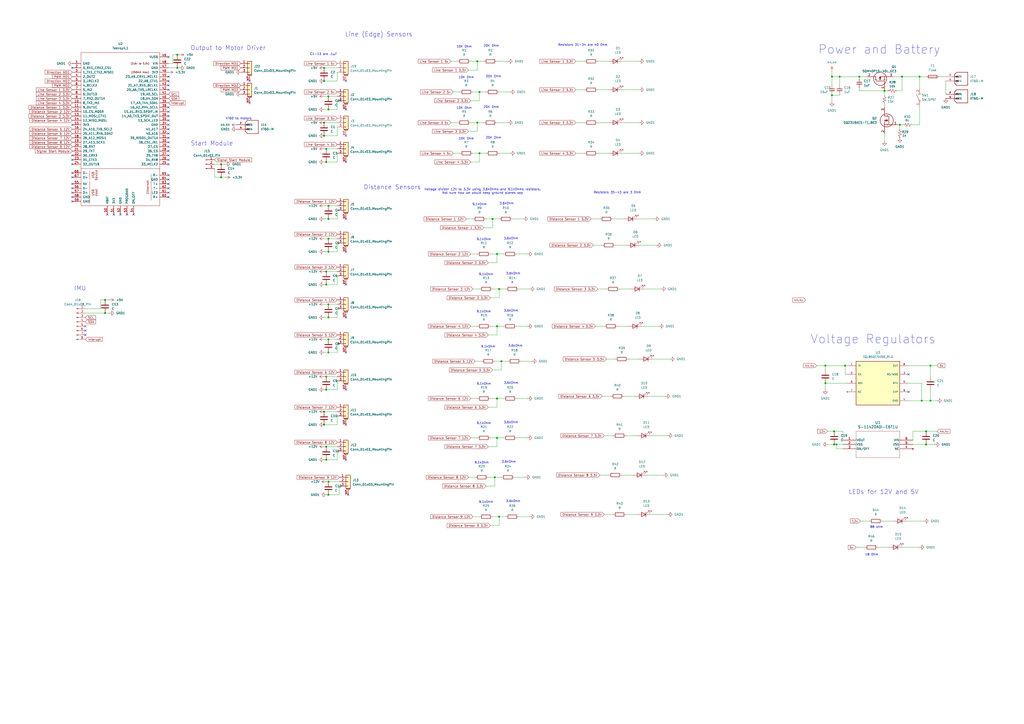
<source format=kicad_sch>
(kicad_sch (version 20231120) (generator "eeschema") (generator_version "8.0")
  (paper "A2")
  (junction (at 288.29 147.32))
  (junction (at 485.14 257.81))
  (junction (at 285.75 127))
  (junction (at 534.67 232.41))
  (junction (at 102.87 31.75))
  (junction (at 190.5 119.38))
  (junction (at 190.5 279.4))
  (junction (at 482.6 44.45))
  (junction (at 537.21 250.19))
  (junction (at 187.96 78.74))
  (junction (at 483.87 257.81))
  (junction (at 533.4 44.45))
  (junction (at 60.96 173.99))
  (junction (at 190.5 184.15))
  (junction (at 190.5 138.43))
  (junction (at 483.87 250.19))
  (junction (at 190.5 146.05))
  (junction (at 478.79 222.25))
  (junction (at 482.6 55.245))
  (junction (at 288.29 189.23))
  (junction (at 276.86 71.12))
  (junction (at 187.96 39.37))
  (junction (at 190.5 63.5))
  (junction (at 513.08 52.705))
  (junction (at 189.23 259.08))
  (junction (at 276.86 35.56))
  (junction (at 187.96 71.12))
  (junction (at 190.5 176.53))
  (junction (at 190.5 55.88))
  (junction (at 189.23 266.7))
  (junction (at 521.97 72.39))
  (junction (at 523.24 44.45))
  (junction (at 289.56 167.64))
  (junction (at 287.02 276.86))
  (junction (at 187.96 246.38))
  (junction (at 189.23 226.06))
  (junction (at 289.56 299.72))
  (junction (at 187.96 238.76))
  (junction (at 288.29 254))
  (junction (at 189.23 157.48))
  (junction (at 487.045 44.45))
  (junction (at 189.23 218.44))
  (junction (at 537.21 257.81))
  (junction (at 478.79 212.09))
  (junction (at 187.96 46.99))
  (junction (at 128.27 95.25))
  (junction (at 189.23 165.1))
  (junction (at 60.96 181.61))
  (junction (at 490.22 212.09))
  (junction (at 190.5 196.85))
  (junction (at 189.23 93.98))
  (junction (at 288.29 231.14))
  (junction (at 539.75 232.41))
  (junction (at 189.23 86.36))
  (junction (at 498.475 44.45))
  (junction (at 278.13 88.9))
  (junction (at 128.27 102.87))
  (junction (at 190.5 127))
  (junction (at 539.75 212.09))
  (junction (at 102.87 39.37))
  (junction (at 190.5 287.02))
  (junction (at 290.83 209.55))
  (junction (at 190.5 204.47))
  (junction (at 278.13 53.34))
  (no_connect (at 41.91 92.71))
  (no_connect (at 97.79 44.45))
  (no_connect (at 41.91 106.68))
  (no_connect (at 200.66 63.5))
  (no_connect (at 41.91 39.37))
  (no_connect (at 97.79 72.39))
  (no_connect (at 200.66 46.99))
  (no_connect (at 77.47 124.46))
  (no_connect (at 97.79 33.02))
  (no_connect (at 41.91 111.76))
  (no_connect (at 41.91 114.3))
  (no_connect (at 97.79 82.55))
  (no_connect (at 97.79 74.93))
  (no_connect (at 97.79 49.53))
  (no_connect (at 200.66 93.98))
  (no_connect (at 97.79 109.22))
  (no_connect (at 200.66 146.05))
  (no_connect (at 97.79 46.99))
  (no_connect (at 97.79 104.14))
  (no_connect (at 41.91 102.87))
  (no_connect (at 41.91 109.22))
  (no_connect (at 41.91 116.84))
  (no_connect (at 200.66 165.1))
  (no_connect (at 97.79 67.31))
  (no_connect (at 41.91 72.39))
  (no_connect (at 97.79 111.76))
  (no_connect (at 62.23 124.46))
  (no_connect (at 97.79 106.68))
  (no_connect (at 97.79 87.63))
  (no_connect (at 97.79 52.07))
  (no_connect (at 97.79 114.3))
  (no_connect (at 41.91 95.25))
  (no_connect (at 69.85 124.46))
  (no_connect (at 200.66 266.7))
  (no_connect (at 41.91 90.17))
  (no_connect (at 144.78 59.69))
  (no_connect (at 97.79 101.6))
  (no_connect (at 97.79 62.23))
  (no_connect (at 73.66 124.46))
  (no_connect (at 201.93 287.02))
  (no_connect (at 97.79 90.17))
  (no_connect (at 49.53 189.23))
  (no_connect (at 97.79 92.71))
  (no_connect (at 97.79 80.01))
  (no_connect (at 97.79 64.77))
  (no_connect (at 200.66 204.47))
  (no_connect (at 97.79 95.25))
  (no_connect (at 66.04 124.46))
  (no_connect (at 200.66 127))
  (no_connect (at 200.66 78.74))
  (no_connect (at 97.79 77.47))
  (no_connect (at 49.53 194.31))
  (no_connect (at 527.05 227.33))
  (no_connect (at 97.79 85.09))
  (no_connect (at 200.66 184.15))
  (no_connect (at 41.91 100.33))
  (no_connect (at 144.78 46.99))
  (no_connect (at 527.05 217.17))
  (no_connect (at 97.79 69.85))
  (no_connect (at 200.66 246.38))
  (no_connect (at 200.66 226.06))
  (no_connect (at 49.53 191.77))
  (wire (pts (xy 361.95 229.87) (xy 368.3 229.87)))
  (wire (pts (xy 288.29 147.32) (xy 288.29 152.4)))
  (wire (pts (xy 289.56 53.34) (xy 295.91 53.34)))
  (wire (pts (xy 278.13 88.9) (xy 278.13 93.98)))
  (wire (pts (xy 58.42 173.99) (xy 58.42 179.07)))
  (wire (pts (xy 195.58 121.92) (xy 195.58 127)))
  (wire (pts (xy 487.045 44.45) (xy 482.6 44.45)))
  (wire (pts (xy 373.38 167.64) (xy 383.54 167.64)))
  (wire (pts (xy 189.23 266.7) (xy 187.96 266.7)))
  (wire (pts (xy 261.62 71.12) (xy 265.43 71.12)))
  (wire (pts (xy 270.51 127) (xy 274.32 127)))
  (wire (pts (xy 273.05 35.56) (xy 276.86 35.56)))
  (wire (pts (xy 543.56 232.41) (xy 539.75 232.41)))
  (wire (pts (xy 349.25 229.87) (xy 354.33 229.87)))
  (wire (pts (xy 334.01 52.07) (xy 339.09 52.07)))
  (wire (pts (xy 498.475 44.45) (xy 498.475 45.72)))
  (wire (pts (xy 58.42 179.07) (xy 49.53 179.07)))
  (wire (pts (xy 189.23 165.1) (xy 187.96 165.1)))
  (wire (pts (xy 128.27 95.25) (xy 130.81 95.25)))
  (wire (pts (xy 187.96 55.88) (xy 190.5 55.88)))
  (wire (pts (xy 100.33 31.75) (xy 100.33 36.83)))
  (wire (pts (xy 539.75 226.06) (xy 539.75 232.41)))
  (wire (pts (xy 372.11 189.23) (xy 382.27 189.23)))
  (wire (pts (xy 490.22 212.09) (xy 491.49 212.09)))
  (wire (pts (xy 299.72 231.14) (xy 306.07 231.14)))
  (wire (pts (xy 490.22 217.17) (xy 491.49 217.17)))
  (wire (pts (xy 275.59 209.55) (xy 279.4 209.55)))
  (wire (pts (xy 187.96 196.85) (xy 190.5 196.85)))
  (wire (pts (xy 289.56 167.64) (xy 289.56 172.72)))
  (wire (pts (xy 482.6 55.245) (xy 482.6 59.055)))
  (wire (pts (xy 278.13 53.34) (xy 278.13 58.42)))
  (wire (pts (xy 273.05 189.23) (xy 276.86 189.23)))
  (wire (pts (xy 276.86 35.56) (xy 280.67 35.56)))
  (wire (pts (xy 499.11 302.26) (xy 504.19 302.26)))
  (wire (pts (xy 525.78 302.26) (xy 535.94 302.26)))
  (wire (pts (xy 299.72 147.32) (xy 306.07 147.32)))
  (wire (pts (xy 190.5 196.85) (xy 195.58 196.85)))
  (wire (pts (xy 509.27 317.5) (xy 515.62 317.5)))
  (wire (pts (xy 334.01 88.9) (xy 339.09 88.9)))
  (wire (pts (xy 539.75 232.41) (xy 534.67 232.41)))
  (wire (pts (xy 290.83 214.63) (xy 285.75 214.63)))
  (wire (pts (xy 539.75 212.09) (xy 543.56 212.09)))
  (wire (pts (xy 189.23 259.08) (xy 195.58 259.08)))
  (wire (pts (xy 284.48 147.32) (xy 288.29 147.32)))
  (wire (pts (xy 190.5 119.38) (xy 195.58 119.38)))
  (wire (pts (xy 285.75 299.72) (xy 289.56 299.72)))
  (wire (pts (xy 284.48 189.23) (xy 288.29 189.23)))
  (wire (pts (xy 480.06 250.19) (xy 483.87 250.19)))
  (wire (pts (xy 190.5 204.47) (xy 187.96 204.47)))
  (wire (pts (xy 189.23 226.06) (xy 187.96 226.06)))
  (wire (pts (xy 478.79 226.06) (xy 478.79 222.25)))
  (wire (pts (xy 537.21 250.19) (xy 543.56 250.19)))
  (wire (pts (xy 58.42 173.99) (xy 60.96 173.99)))
  (wire (pts (xy 262.89 53.34) (xy 266.7 53.34)))
  (wire (pts (xy 100.33 31.75) (xy 102.87 31.75)))
  (wire (pts (xy 363.22 252.73) (xy 369.57 252.73)))
  (wire (pts (xy 261.62 35.56) (xy 265.43 35.56)))
  (wire (pts (xy 544.83 44.45) (xy 548.64 44.45)))
  (wire (pts (xy 195.58 179.07) (xy 195.58 184.15)))
  (wire (pts (xy 195.58 93.98) (xy 189.23 93.98)))
  (wire (pts (xy 190.5 176.53) (xy 195.58 176.53)))
  (wire (pts (xy 187.96 119.38) (xy 190.5 119.38)))
  (wire (pts (xy 288.29 236.22) (xy 283.21 236.22)))
  (wire (pts (xy 278.13 58.42) (xy 273.05 58.42)))
  (wire (pts (xy 189.23 279.4) (xy 190.5 279.4)))
  (wire (pts (xy 281.94 127) (xy 285.75 127)))
  (wire (pts (xy 124.46 102.87) (xy 128.27 102.87)))
  (wire (pts (xy 290.83 209.55) (xy 294.64 209.55)))
  (wire (pts (xy 274.32 167.64) (xy 278.13 167.64)))
  (wire (pts (xy 488.95 255.27) (xy 488.95 250.19)))
  (wire (pts (xy 300.99 167.64) (xy 307.34 167.64)))
  (wire (pts (xy 283.21 276.86) (xy 287.02 276.86)))
  (wire (pts (xy 278.13 53.34) (xy 281.94 53.34)))
  (wire (pts (xy 358.14 189.23) (xy 364.49 189.23)))
  (wire (pts (xy 189.23 157.48) (xy 195.58 157.48)))
  (wire (pts (xy 498.475 44.45) (xy 487.045 44.45)))
  (wire (pts (xy 187.96 71.12) (xy 195.58 71.12)))
  (wire (pts (xy 190.5 63.5) (xy 187.96 63.5)))
  (wire (pts (xy 346.71 167.64) (xy 351.79 167.64)))
  (wire (pts (xy 288.29 194.31) (xy 283.21 194.31)))
  (wire (pts (xy 100.33 36.83) (xy 97.79 36.83)))
  (wire (pts (xy 478.79 222.25) (xy 491.49 222.25)))
  (wire (pts (xy 274.32 53.34) (xy 278.13 53.34)))
  (wire (pts (xy 482.6 44.45) (xy 482.6 41.275)))
  (wire (pts (xy 195.58 140.97) (xy 195.58 146.05)))
  (wire (pts (xy 483.87 257.81) (xy 485.14 257.81)))
  (wire (pts (xy 363.22 298.45) (xy 369.57 298.45)))
  (wire (pts (xy 60.96 173.99) (xy 63.5 173.99)))
  (wire (pts (xy 482.6 54.61) (xy 482.6 55.245)))
  (wire (pts (xy 195.58 73.66) (xy 195.58 78.74)))
  (wire (pts (xy 288.29 189.23) (xy 292.1 189.23)))
  (wire (pts (xy 289.56 167.64) (xy 293.37 167.64)))
  (wire (pts (xy 518.16 44.45) (xy 523.24 44.45)))
  (wire (pts (xy 346.71 71.12) (xy 353.06 71.12)))
  (wire (pts (xy 285.75 127) (xy 285.75 132.08)))
  (wire (pts (xy 288.29 254) (xy 288.29 259.08)))
  (wire (pts (xy 190.5 146.05) (xy 187.96 146.05)))
  (wire (pts (xy 187.96 39.37) (xy 195.58 39.37)))
  (wire (pts (xy 521.97 72.39) (xy 523.875 72.39)))
  (wire (pts (xy 478.79 212.09) (xy 478.79 214.63)))
  (wire (pts (xy 102.87 31.75) (xy 104.14 31.75)))
  (wire (pts (xy 498.475 52.705) (xy 513.08 52.705)))
  (wire (pts (xy 347.98 275.59) (xy 353.06 275.59)))
  (wire (pts (xy 196.85 281.94) (xy 196.85 287.02)))
  (wire (pts (xy 190.5 138.43) (xy 195.58 138.43)))
  (wire (pts (xy 533.4 72.39) (xy 533.4 61.595)))
  (wire (pts (xy 374.65 275.59) (xy 384.81 275.59)))
  (wire (pts (xy 528.955 72.39) (xy 533.4 72.39)))
  (wire (pts (xy 478.79 222.25) (xy 478.79 219.71)))
  (wire (pts (xy 346.71 52.07) (xy 353.06 52.07)))
  (wire (pts (xy 299.72 254) (xy 306.07 254)))
  (wire (pts (xy 289.56 304.8) (xy 284.48 304.8)))
  (wire (pts (xy 195.58 246.38) (xy 187.96 246.38)))
  (wire (pts (xy 187.96 176.53) (xy 190.5 176.53)))
  (wire (pts (xy 533.4 51.435) (xy 533.4 44.45)))
  (wire (pts (xy 288.29 254) (xy 292.1 254)))
  (wire (pts (xy 273.05 254) (xy 276.86 254)))
  (wire (pts (xy 350.52 252.73) (xy 355.6 252.73)))
  (wire (pts (xy 124.46 97.79) (xy 124.46 102.87)))
  (wire (pts (xy 345.44 189.23) (xy 350.52 189.23)))
  (wire (pts (xy 196.85 287.02) (xy 190.5 287.02)))
  (wire (pts (xy 287.02 276.86) (xy 287.02 281.94)))
  (wire (pts (xy 359.41 167.64) (xy 365.76 167.64)))
  (wire (pts (xy 355.6 127) (xy 361.95 127)))
  (wire (pts (xy 351.79 208.28) (xy 356.87 208.28)))
  (wire (pts (xy 299.72 189.23) (xy 306.07 189.23)))
  (wire (pts (xy 49.53 181.61) (xy 60.96 181.61)))
  (wire (pts (xy 274.32 88.9) (xy 278.13 88.9)))
  (wire (pts (xy 287.02 276.86) (xy 290.83 276.86)))
  (wire (pts (xy 360.68 275.59) (xy 367.03 275.59)))
  (wire (pts (xy 527.05 222.25) (xy 534.67 222.25)))
  (wire (pts (xy 534.67 232.41) (xy 527.05 232.41)))
  (wire (pts (xy 487.045 55.245) (xy 482.6 55.245)))
  (wire (pts (xy 539.75 212.09) (xy 539.75 218.44)))
  (wire (pts (xy 490.22 212.09) (xy 490.22 217.17)))
  (wire (pts (xy 195.58 63.5) (xy 190.5 63.5)))
  (wire (pts (xy 195.58 204.47) (xy 190.5 204.47)))
  (wire (pts (xy 195.58 266.7) (xy 189.23 266.7)))
  (wire (pts (xy 523.24 44.45) (xy 533.4 44.45)))
  (wire (pts (xy 195.58 220.98) (xy 195.58 226.06)))
  (wire (pts (xy 378.46 208.28) (xy 388.62 208.28)))
  (wire (pts (xy 370.84 142.24) (xy 381 142.24)))
  (wire (pts (xy 533.4 44.45) (xy 537.21 44.45)))
  (wire (pts (xy 262.89 88.9) (xy 266.7 88.9)))
  (wire (pts (xy 284.48 231.14) (xy 288.29 231.14)))
  (wire (pts (xy 289.56 299.72) (xy 289.56 304.8)))
  (wire (pts (xy 360.68 88.9) (xy 370.84 88.9)))
  (wire (pts (xy 288.29 147.32) (xy 292.1 147.32)))
  (wire (pts (xy 369.57 127) (xy 379.73 127)))
  (wire (pts (xy 288.29 189.23) (xy 288.29 194.31)))
  (wire (pts (xy 488.95 260.35) (xy 485.14 260.35)))
  (wire (pts (xy 195.58 46.99) (xy 187.96 46.99)))
  (wire (pts (xy 190.5 184.15) (xy 187.96 184.15)))
  (wire (pts (xy 377.19 298.45) (xy 387.35 298.45)))
  (wire (pts (xy 187.96 86.36) (xy 189.23 86.36)))
  (wire (pts (xy 189.23 93.98) (xy 187.96 93.98)))
  (wire (pts (xy 529.59 250.19) (xy 537.21 250.19)))
  (wire (pts (xy 513.08 52.705) (xy 513.08 55.245)))
  (wire (pts (xy 274.32 299.72) (xy 278.13 299.72)))
  (wire (pts (xy 520.065 52.705) (xy 523.24 52.705)))
  (wire (pts (xy 289.56 88.9) (xy 295.91 88.9)))
  (wire (pts (xy 346.71 35.56) (xy 353.06 35.56)))
  (wire (pts (xy 278.13 93.98) (xy 273.05 93.98)))
  (wire (pts (xy 195.58 41.91) (xy 195.58 46.99)))
  (wire (pts (xy 288.29 259.08) (xy 283.21 259.08)))
  (wire (pts (xy 360.68 52.07) (xy 370.84 52.07)))
  (wire (pts (xy 288.29 152.4) (xy 283.21 152.4)))
  (wire (pts (xy 539.75 212.09) (xy 527.05 212.09)))
  (wire (pts (xy 302.26 209.55) (xy 308.61 209.55)))
  (wire (pts (xy 529.59 250.19) (xy 529.59 255.27)))
  (wire (pts (xy 273.05 231.14) (xy 276.86 231.14)))
  (wire (pts (xy 278.13 88.9) (xy 281.94 88.9)))
  (wire (pts (xy 60.96 181.61) (xy 63.5 181.61)))
  (wire (pts (xy 187.96 157.48) (xy 189.23 157.48)))
  (wire (pts (xy 190.5 127) (xy 187.96 127)))
  (wire (pts (xy 97.79 39.37) (xy 102.87 39.37)))
  (wire (pts (xy 377.19 252.73) (xy 387.35 252.73)))
  (wire (pts (xy 496.57 317.5) (xy 501.65 317.5)))
  (wire (pts (xy 342.9 127) (xy 347.98 127)))
  (wire (pts (xy 478.79 212.09) (xy 490.22 212.09)))
  (wire (pts (xy 485.14 257.81) (xy 488.95 257.81)))
  (wire (pts (xy 360.68 71.12) (xy 370.84 71.12)))
  (wire (pts (xy 287.02 281.94) (xy 281.94 281.94)))
  (wire (pts (xy 128.27 102.87) (xy 130.81 102.87)))
  (wire (pts (xy 487.045 44.45) (xy 487.045 49.53)))
  (wire (pts (xy 487.045 54.61) (xy 487.045 55.245)))
  (wire (pts (xy 187.96 138.43) (xy 190.5 138.43)))
  (wire (pts (xy 344.17 142.24) (xy 349.25 142.24)))
  (wire (pts (xy 285.75 167.64) (xy 289.56 167.64)))
  (wire (pts (xy 523.24 52.705) (xy 523.24 44.45)))
  (wire (pts (xy 288.29 71.12) (xy 294.64 71.12)))
  (wire (pts (xy 187.96 238.76) (xy 195.58 238.76)))
  (wire (pts (xy 297.18 127) (xy 303.53 127)))
  (wire (pts (xy 190.5 55.88) (xy 195.58 55.88)))
  (wire (pts (xy 285.75 132.08) (xy 280.67 132.08)))
  (wire (pts (xy 190.5 287.02) (xy 189.23 287.02)))
  (wire (pts (xy 195.58 199.39) (xy 195.58 204.47)))
  (wire (pts (xy 482.6 49.53) (xy 482.6 44.45)))
  (wire (pts (xy 498.475 50.8) (xy 498.475 52.705)))
  (wire (pts (xy 289.56 299.72) (xy 293.37 299.72)))
  (wire (pts (xy 350.52 298.45) (xy 355.6 298.45)))
  (wire (pts (xy 187.96 218.44) (xy 189.23 218.44)))
  (wire (pts (xy 195.58 146.05) (xy 190.5 146.05)))
  (wire (pts (xy 288.29 231.14) (xy 292.1 231.14)))
  (wire (pts (xy 195.58 184.15) (xy 190.5 184.15)))
  (wire (pts (xy 195.58 88.9) (xy 195.58 93.98)))
  (wire (pts (xy 521.97 72.39) (xy 521.97 74.93)))
  (wire (pts (xy 271.78 276.86) (xy 275.59 276.86)))
  (wire (pts (xy 360.68 35.56) (xy 370.84 35.56)))
  (wire (pts (xy 300.99 299.72) (xy 307.34 299.72)))
  (wire (pts (xy 502.92 44.45) (xy 498.475 44.45)))
  (wire (pts (xy 513.08 60.325) (xy 513.08 62.23)))
  (wire (pts (xy 189.23 86.36) (xy 195.58 86.36)))
  (wire (pts (xy 346.71 88.9) (xy 353.06 88.9)))
  (wire (pts (xy 102.87 39.37) (xy 104.14 39.37)))
  (wire (pts (xy 195.58 78.74) (xy 187.96 78.74)))
  (wire (pts (xy 195.58 165.1) (xy 189.23 165.1)))
  (wire (pts (xy 289.56 172.72) (xy 284.48 172.72)))
  (wire (pts (xy 276.86 35.56) (xy 276.86 40.64)))
  (wire (pts (xy 537.21 257.81) (xy 542.29 257.81)))
  (wire (pts (xy 485.14 257.81) (xy 485.14 260.35)))
  (wire (pts (xy 534.67 222.25) (xy 534.67 232.41)))
  (wire (pts (xy 195.58 160.02) (xy 195.58 165.1)))
  (wire (pts (xy 288.29 35.56) (xy 294.64 35.56)))
  (wire (pts (xy 298.45 276.86) (xy 304.8 276.86)))
  (wire (pts (xy 195.58 226.06) (xy 189.23 226.06)))
  (wire (pts (xy 480.06 257.81) (xy 483.87 257.81)))
  (wire (pts (xy 195.58 261.62) (xy 195.58 266.7)))
  (wire (pts (xy 276.86 71.12) (xy 276.86 76.2)))
  (wire (pts (xy 548.64 46.99) (xy 548.64 54.61)))
  (wire (pts (xy 529.59 257.81) (xy 537.21 257.81)))
  (wire (pts (xy 513.08 52.705) (xy 514.985 52.705)))
  (wire (pts (xy 187.96 259.08) (xy 189.23 259.08)))
  (wire (pts (xy 513.08 52.07) (xy 513.08 52.705)))
  (wire (pts (xy 124.46 95.25) (xy 128.27 95.25)))
  (wire (pts (xy 195.58 127) (xy 190.5 127)))
  (wire (pts (xy 195.58 241.3) (xy 195.58 246.38)))
  (wire (pts (xy 511.81 302.26) (xy 518.16 302.26)))
  (wire (pts (xy 195.58 58.42) (xy 195.58 63.5)))
  (wire (pts (xy 276.86 71.12) (xy 280.67 71.12)))
  (wire (pts (xy 334.01 35.56) (xy 339.09 35.56)))
  (wire (pts (xy 190.5 279.4) (xy 196.85 279.4)))
  (wire (pts (xy 276.86 40.64) (xy 271.78 40.64)))
  (wire (pts (xy 520.7 72.39) (xy 521.97 72.39)))
  (wire (pts (xy 375.92 229.87) (xy 386.08 229.87)))
  (wire (pts (xy 356.87 142.24) (xy 363.22 142.24)))
  (wire (pts (xy 287.02 209.55) (xy 290.83 209.55)))
  (wire (pts (xy 276.86 76.2) (xy 271.78 76.2)))
  (wire (pts (xy 273.05 147.32) (xy 276.86 147.32)))
  (wire (pts (xy 273.05 71.12) (xy 276.86 71.12)))
  (wire (pts (xy 284.48 254) (xy 288.29 254)))
  (wire (pts (xy 285.75 127) (xy 289.56 127)))
  (wire (pts (xy 290.83 209.55) (xy 290.83 214.63)))
  (wire (pts (xy 334.01 71.12) (xy 339.09 71.12)))
  (wire (pts (xy 189.23 218.44) (xy 195.58 218.44)))
  (wire (pts (xy 513.08 77.47) (xy 513.08 81.915)))
  (wire (pts (xy 488.95 250.19) (xy 483.87 250.19)))
  (wire (pts (xy 288.29 231.14) (xy 288.29 236.22)))
  (wire (pts (xy 523.24 317.5) (xy 533.4 317.5)))
  (wire (pts (xy 364.49 208.28) (xy 370.84 208.28)))
  (wire (pts (xy 473.71 212.09) (xy 478.79 212.09)))
  (text "Resistors 31-34 are 40 Ohm" (at 338.074 26.162 0) (effects (font (size 1.27 1.27))))
  (text "Output to Motor Driver" (at 132.334 27.94 0) (effects (font (size 2.54 2.54))))
  (text "3.6kOhm" (at 296.418 138.43 0) (effects (font (size 1.27 1.27))))
  (text "9.1kOhm" (at 280.67 245.618 0) (effects (font (size 1.27 1.27))))
  (text "20K Ohm" (at 284.988 26.67 0) (effects (font (size 1.27 1.27))))
  (text "Power and Battery\n" (at 510.032 28.829 0) (effects (font (size 5.08 5.08))))
  (text "Resistors 35-43 are 3 Ohm" (at 358.14 111.76 0) (effects (font (size 1.27 1.27))))
  (text "9.1kOhm" (at 283.21 201.168 0) (effects (font (size 1.27 1.27))))
  (text "3.6kOhm" (at 293.878 118.11 0) (effects (font (size 1.27 1.27))))
  (text "9.1kOhm" (at 280.67 180.848 0) (effects (font (size 1.27 1.27))))
  (text "18 Ohm" (at 505.714 321.818 0) (effects (font (size 1.27 1.27))))
  (text "9.1kOhm" (at 281.94 291.338 0) (effects (font (size 1.27 1.27))))
  (text "3.6kOhm" (at 297.688 290.83 0) (effects (font (size 1.27 1.27))))
  (text "3.6kOhm" (at 297.688 158.75 0) (effects (font (size 1.27 1.27))))
  (text "9.1kOhm" (at 278.13 118.618 0) (effects (font (size 1.27 1.27))))
  (text "Start Module" (at 122.936 83.312 0) (effects (font (size 2.54 2.54))))
  (text "3.6kOhm" (at 296.418 180.34 0) (effects (font (size 1.27 1.27))))
  (text "Voltage Regulators" (at 506.476 196.85 0) (effects (font (size 5.08 5.08))))
  (text "9.1kOhm" (at 280.67 222.758 0) (effects (font (size 1.27 1.27))))
  (text "IMU" (at 46.482 167.386 0) (effects (font (size 2.54 2.54))))
  (text "9.1kOhm" (at 280.67 138.938 0) (effects (font (size 1.27 1.27))))
  (text "10K Ohm" (at 269.24 27.178 0) (effects (font (size 1.27 1.27))))
  (text "10K Ohm" (at 270.51 80.518 0) (effects (font (size 1.27 1.27))))
  (text "Distance Sensors" (at 227.584 108.712 0) (effects (font (size 2.54 2.54))))
  (text "XT60 to motors" (at 138.43 68.834 0) (effects (font (size 1.27 1.27))))
  (text "C1-13 are .1µF" (at 187.706 31.496 0) (effects (font (size 1.27 1.27))))
  (text "LEDs for 12V and 5V" (at 512.572 285.496 0) (effects (font (size 2.54 2.54))))
  (text "10K Ohm" (at 269.24 62.738 0) (effects (font (size 1.27 1.27))))
  (text "88 ohm" (at 508.508 305.816 0) (effects (font (size 1.27 1.27))))
  (text "3.6kOhm" (at 295.148 267.97 0) (effects (font (size 1.27 1.27))))
  (text "20K Ohm" (at 286.258 44.45 0) (effects (font (size 1.27 1.27))))
  (text "20K Ohm" (at 286.258 80.01 0) (effects (font (size 1.27 1.27))))
  (text "Voltage divider 12V to 3.3V using 3.6kOhms and 9.1kOhms resistors.\nNot sure how we would keep ground planes sep" (at 279.908 110.998 0) (effects (font (size 1.27 1.27))))
  (text "20K Ohm" (at 284.988 62.23 0) (effects (font (size 1.27 1.27))))
  (text "3.6kOhm" (at 298.958 200.66 0) (effects (font (size 1.27 1.27))))
  (text "10K Ohm" (at 270.51 44.958 0) (effects (font (size 1.27 1.27))))
  (text "9.1kOhm" (at 279.4 268.478 0) (effects (font (size 1.27 1.27))))
  (text "Line (Edge) Sensors" (at 219.71 20.066 0) (effects (font (size 2.54 2.54))))
  (text "9.1kOhm" (at 281.94 159.258 0) (effects (font (size 1.27 1.27))))
  (text "3.6kOhm" (at 296.418 245.11 0) (effects (font (size 1.27 1.27))))
  (text "3.6kOhm" (at 296.418 222.25 0) (effects (font (size 1.27 1.27))))
  (global_label "Distance Sensor 9 3.3V" (shape input) (at 284.48 304.8 180) (property "Intersheetrefs" "${INTERSHEET_REFS}" (effects (hide yes))))
  (global_label "Line Sensor 2 3.3V" (shape input) (at 41.91 54.61 180) (property "Intersheetrefs" "${INTERSHEET_REFS}" (effects (hide yes))))
  (global_label "44.4v" (shape input) (at 473.71 212.09 180) (property "Intersheetrefs" "${INTERSHEET_REFS}" (effects (hide yes))))
  (global_label "Distance Sensor 2 3.3V" (shape input) (at 344.17 142.24 180) (property "Intersheetrefs" "${INTERSHEET_REFS}" (effects (hide yes))))
  (global_label "Distance Sensor 4 3.3V" (shape input) (at 283.21 194.31 180) (property "Intersheetrefs" "${INTERSHEET_REFS}" (effects (hide yes))))
  (global_label "Distance Sensor 7 12V" (shape input) (at 41.91 80.01 180) (property "Intersheetrefs" "${INTERSHEET_REFS}" (effects (hide yes))))
  (global_label "Direction MD2" (shape input) (at 41.91 46.99 180) (property "Intersheetrefs" "${INTERSHEET_REFS}" (effects (hide yes))))
  (global_label "Distance Sensor 3 3.3V" (shape input) (at 284.48 172.72 180) (property "Intersheetrefs" "${INTERSHEET_REFS}" (effects (hide yes))))
  (global_label "Distance Sensor 4 12V" (shape input) (at 273.05 189.23 180) (property "Intersheetrefs" "${INTERSHEET_REFS}" (effects (hide yes))))
  (global_label "Line Sensor 4 5v" (shape input) (at 195.58 83.82 180) (property "Intersheetrefs" "${INTERSHEET_REFS}" (effects (hide yes))))
  (global_label "12v" (shape input) (at 499.11 302.26 180) (property "Intersheetrefs" "${INTERSHEET_REFS}" (effects (hide yes))))
  (global_label "Direction MD2" (shape input) (at 139.7 49.53 180) (property "Intersheetrefs" "${INTERSHEET_REFS}" (effects (hide yes))))
  (global_label "Line Sensor 4 3.3V" (shape input) (at 334.01 88.9 180) (property "Intersheetrefs" "${INTERSHEET_REFS}" (effects (hide yes))))
  (global_label "Distance Sensor 1 3.3V" (shape input) (at 342.9 127 180) (property "Intersheetrefs" "${INTERSHEET_REFS}" (effects (hide yes))))
  (global_label "Distance Sensor 2 3.3V" (shape input) (at 283.21 152.4 180) (property "Intersheetrefs" "${INTERSHEET_REFS}" (effects (hide yes))))
  (global_label "Distance Sensor 2 12V" (shape input) (at 273.05 147.32 180) (property "Intersheetrefs" "${INTERSHEET_REFS}" (effects (hide yes))))
  (global_label "Line Sensor 3 3.3V" (shape input) (at 271.78 76.2 180) (property "Intersheetrefs" "${INTERSHEET_REFS}" (effects (hide yes))))
  (global_label "SDA" (shape input) (at 97.79 57.15 0) (property "Intersheetrefs" "${INTERSHEET_REFS}" (effects (hide yes))))
  (global_label "SCL" (shape input) (at 49.53 184.15 0) (property "Intersheetrefs" "${INTERSHEET_REFS}" (effects (hide yes))))
  (global_label "PWM MD2" (shape input) (at 41.91 49.53 180) (property "Intersheetrefs" "${INTERSHEET_REFS}" (effects (hide yes))))
  (global_label "Distance Sensor 1 3.3V" (shape input) (at 280.67 132.08 180) (property "Intersheetrefs" "${INTERSHEET_REFS}" (effects (hide yes))))
  (global_label "Line Sensor 1 3.3V" (shape input) (at 41.91 52.07 180) (property "Intersheetrefs" "${INTERSHEET_REFS}" (effects (hide yes))))
  (global_label "Line Sensor 3 3.3V" (shape input) (at 41.91 57.15 180) (property "Intersheetrefs" "${INTERSHEET_REFS}" (effects (hide yes))))
  (global_label "PWM MD2" (shape input) (at 139.7 52.07 180) (property "Intersheetrefs" "${INTERSHEET_REFS}" (effects (hide yes))))
  (global_label "Interupt" (shape input) (at 97.79 59.69 0) (property "Intersheetrefs" "${INTERSHEET_REFS}" (effects (hide yes))))
  (global_label "Distance Sensor 9 3.3V" (shape input) (at 350.52 298.45 180) (property "Intersheetrefs" "${INTERSHEET_REFS}" (effects (hide yes))))
  (global_label "Distance Sensor 5 12V" (shape input) (at 41.91 74.93 180) (property "Intersheetrefs" "${INTERSHEET_REFS}" (effects (hide yes))))
  (global_label "Line Sensor 1 5v" (shape input) (at 195.58 36.83 180) (property "Intersheetrefs" "${INTERSHEET_REFS}" (effects (hide yes))))
  (global_label "5v" (shape input) (at 496.57 317.5 180) (property "Intersheetrefs" "${INTERSHEET_REFS}" (effects (hide yes))))
  (global_label "Distance Sensor 9 12V" (shape input) (at 196.85 276.86 180) (property "Intersheetrefs" "${INTERSHEET_REFS}" (effects (hide yes))))
  (global_label "Distance Sensor 9 12V" (shape input) (at 41.91 85.09 180) (property "Intersheetrefs" "${INTERSHEET_REFS}" (effects (hide yes))))
  (global_label "44.4v" (shape input) (at 467.36 173.99 180) (property "Intersheetrefs" "${INTERSHEET_REFS}" (effects (hide yes))))
  (global_label "Distance Sensor 8 3.3V" (shape input) (at 347.98 275.59 180) (property "Intersheetrefs" "${INTERSHEET_REFS}" (effects (hide yes))))
  (global_label "Distance Sensor 8 3.3V" (shape input) (at 281.94 281.94 180) (property "Intersheetrefs" "${INTERSHEET_REFS}" (effects (hide yes))))
  (global_label "Line Sensor 3 3.3V" (shape input) (at 334.01 71.12 180) (property "Intersheetrefs" "${INTERSHEET_REFS}" (effects (hide yes))))
  (global_label "Line Sensor 4 3.3V" (shape input) (at 41.91 59.69 180) (property "Intersheetrefs" "${INTERSHEET_REFS}" (effects (hide yes))))
  (global_label "Distance Sensor 7 3.3V" (shape input) (at 350.52 252.73 180) (property "Intersheetrefs" "${INTERSHEET_REFS}" (effects (hide yes))))
  (global_label "Distance Sensor 6 12V" (shape input) (at 273.05 231.14 180) (property "Intersheetrefs" "${INTERSHEET_REFS}" (effects (hide yes))))
  (global_label "Distance Sensor 7 12V" (shape input) (at 195.58 236.22 180) (property "Intersheetrefs" "${INTERSHEET_REFS}" (effects (hide yes))))
  (global_label "Line Sensor 4 5v" (shape input) (at 262.89 88.9 180) (property "Intersheetrefs" "${INTERSHEET_REFS}" (effects (hide yes))))
  (global_label "Line Sensor 2 3.3V" (shape input) (at 334.01 52.07 180) (property "Intersheetrefs" "${INTERSHEET_REFS}" (effects (hide yes))))
  (global_label "Distance Sensor 3 3.3V" (shape input) (at 346.71 167.64 180) (property "Intersheetrefs" "${INTERSHEET_REFS}" (effects (hide yes))))
  (global_label "Distance Sensor 6 12V" (shape input) (at 41.91 77.47 180) (property "Intersheetrefs" "${INTERSHEET_REFS}" (effects (hide yes))))
  (global_label "Distance Sensor 2 12V" (shape input) (at 41.91 64.77 180) (property "Intersheetrefs" "${INTERSHEET_REFS}" (effects (hide yes))))
  (global_label "PWM MD1" (shape input) (at 139.7 39.37 180) (property "Intersheetrefs" "${INTERSHEET_REFS}" (effects (hide yes))))
  (global_label "Distance Sensor 1 12V" (shape input) (at 270.51 127 180) (property "Intersheetrefs" "${INTERSHEET_REFS}" (effects (hide yes))))
  (global_label "Line Sensor 2 5v" (shape input) (at 195.58 53.34 180) (property "Intersheetrefs" "${INTERSHEET_REFS}" (effects (hide yes))))
  (global_label "Distance Sensor 8 12V" (shape input) (at 271.78 276.86 180) (property "Intersheetrefs" "${INTERSHEET_REFS}" (effects (hide yes))))
  (global_label "Distance Sensor 3 12V" (shape input) (at 274.32 167.64 180) (property "Intersheetrefs" "${INTERSHEET_REFS}" (effects (hide yes))))
  (global_label "Line Sensor 4 3.3V" (shape input) (at 273.05 93.98 180) (property "Intersheetrefs" "${INTERSHEET_REFS}" (effects (hide yes))))
  (global_label "Distance Sensor 8 12V" (shape input) (at 41.91 82.55 180) (property "Intersheetrefs" "${INTERSHEET_REFS}" (effects (hide yes))))
  (global_label "Distance Sensor 4 3.3V" (shape input) (at 345.44 189.23 180) (property "Intersheetrefs" "${INTERSHEET_REFS}" (effects (hide yes))))
  (global_label "44.4v" (shape input) (at 543.56 250.19 0) (property "Intersheetrefs" "${INTERSHEET_REFS}" (effects (hide yes))))
  (global_label "Line Sensor 1 5v" (shape input) (at 261.62 35.56 180) (property "Intersheetrefs" "${INTERSHEET_REFS}" (effects (hide yes))))
  (global_label "Line Sensor 1 3.3V" (shape input) (at 271.78 40.64 180) (property "Intersheetrefs" "${INTERSHEET_REFS}" (effects (hide yes))))
  (global_label "Distance Sensor 9 12V" (shape input) (at 274.32 299.72 180) (property "Intersheetrefs" "${INTERSHEET_REFS}" (effects (hide yes))))
  (global_label "Interupt" (shape input) (at 49.53 196.85 0) (property "Intersheetrefs" "${INTERSHEET_REFS}" (effects (hide yes))))
  (global_label "Distance Sensor 3 12V" (shape input) (at 195.58 154.94 180) (property "Intersheetrefs" "${INTERSHEET_REFS}" (effects (hide yes))))
  (global_label "Distance Sensor 7 12V" (shape input) (at 273.05 254 180) (property "Intersheetrefs" "${INTERSHEET_REFS}" (effects (hide yes))))
  (global_label "Distance Sensor 5 3.3V" (shape input) (at 351.79 208.28 180) (property "Intersheetrefs" "${INTERSHEET_REFS}" (effects (hide yes))))
  (global_label "Distance Sensor 5 12V" (shape input) (at 275.59 209.55 180) (property "Intersheetrefs" "${INTERSHEET_REFS}" (effects (hide yes))))
  (global_label "SDA" (shape input) (at 49.53 186.69 0) (property "Intersheetrefs" "${INTERSHEET_REFS}" (effects (hide yes))))
  (global_label "Signal Start Module" (shape input) (at 41.91 87.63 180) (property "Intersheetrefs" "${INTERSHEET_REFS}" (effects (hide yes))))
  (global_label "Line Sensor 3 5v" (shape input) (at 195.58 68.58 180) (property "Intersheetrefs" "${INTERSHEET_REFS}" (effects (hide yes))))
  (global_label "SCL" (shape input) (at 97.79 54.61 0) (property "Intersheetrefs" "${INTERSHEET_REFS}" (effects (hide yes))))
  (global_label "Distance Sensor 5 12V" (shape input) (at 195.58 194.31 180) (property "Intersheetrefs" "${INTERSHEET_REFS}" (effects (hide yes))))
  (global_label "12v" (shape input) (at 480.06 250.19 180) (property "Intersheetrefs" "${INTERSHEET_REFS}" (effects (hide yes))))
  (global_label "Line Sensor 2 3.3V" (shape input) (at 273.05 58.42 180) (property "Intersheetrefs" "${INTERSHEET_REFS}" (effects (hide yes))))
  (global_label "Distance Sensor 1 12V" (shape input) (at 195.58 116.84 180) (property "Intersheetrefs" "${INTERSHEET_REFS}" (effects (hide yes))))
  (global_label "Distance Sensor 7 3.3V" (shape input) (at 283.21 259.08 180) (property "Intersheetrefs" "${INTERSHEET_REFS}" (effects (hide yes))))
  (global_label "Distance Sensor 5 3.3V" (shape input) (at 285.75 214.63 180) (property "Intersheetrefs" "${INTERSHEET_REFS}" (effects (hide yes))))
  (global_label "5v" (shape input) (at 543.56 212.09 0) (property "Intersheetrefs" "${INTERSHEET_REFS}" (effects (hide yes))))
  (global_label "Line Sensor 1 3.3V" (shape input) (at 334.01 35.56 180) (property "Intersheetrefs" "${INTERSHEET_REFS}" (effects (hide yes))))
  (global_label "Distance Sensor 4 12V" (shape input) (at 195.58 173.99 180) (property "Intersheetrefs" "${INTERSHEET_REFS}" (effects (hide yes))))
  (global_label "Distance Sensor 6 3.3V" (shape input) (at 283.21 236.22 180) (property "Intersheetrefs" "${INTERSHEET_REFS}" (effects (hide yes))))
  (global_label "Direction MD1" (shape input) (at 41.91 41.91 180) (property "Intersheetrefs" "${INTERSHEET_REFS}" (effects (hide yes))))
  (global_label "Distance Sensor 1 3.3V" (shape input) (at 41.91 62.23 180) (property "Intersheetrefs" "${INTERSHEET_REFS}" (effects (hide yes))))
  (global_label "Distance Sensor 4 12V" (shape input) (at 41.91 69.85 180) (property "Intersheetrefs" "${INTERSHEET_REFS}" (effects (hide yes))))
  (global_label "Direction MD1" (shape input) (at 139.7 36.83 180) (property "Intersheetrefs" "${INTERSHEET_REFS}" (effects (hide yes))))
  (global_label "Distance Sensor 3 3.3V" (shape input) (at 41.91 67.31 180) (property "Intersheetrefs" "${INTERSHEET_REFS}" (effects (hide yes))))
  (global_label "Distance Sensor 6 12V" (shape input) (at 195.58 215.9 180) (property "Intersheetrefs" "${INTERSHEET_REFS}" (effects (hide yes))))
  (global_label "Distance Sensor 8 12V" (shape input) (at 195.58 256.54 180) (property "Intersheetrefs" "${INTERSHEET_REFS}" (effects (hide yes))))
  (global_label "Distance Sensor 2 12V" (shape input) (at 195.58 135.89 180) (property "Intersheetrefs" "${INTERSHEET_REFS}" (effects (hide yes))))
  (global_label "Signal Start Module" (shape input) (at 124.46 92.71 0) (property "Intersheetrefs" "${INTERSHEET_REFS}" (effects (hide yes))))
  (global_label "Line Sensor 2 5v" (shape input) (at 262.89 53.34 180) (property "Intersheetrefs" "${INTERSHEET_REFS}" (effects (hide yes))))
  (global_label "Distance Sensor 6 3.3V" (shape input) (at 349.25 229.87 180) (property "Intersheetrefs" "${INTERSHEET_REFS}" (effects (hide yes))))
  (global_label "Line Sensor 3 5v" (shape input) (at 261.62 71.12 180) (property "Intersheetrefs" "${INTERSHEET_REFS}" (effects (hide yes))))
  (global_label "PWM MD1" (shape input) (at 41.91 44.45 180) (property "Intersheetrefs" "${INTERSHEET_REFS}" (effects (hide yes))))
  (symbol (lib_id "Device:LED") (at 521.97 302.26 180) (unit 1)
    (property "Reference" "D14" (at 523.5575 294.64 0))
    (property "Value" "LED" (at 523.5575 297.18 0))
    (property "Footprint" "LED_SMD:LED_0603_1608Metric_Pad1.05x0.95mm_HandSolder" (effects (hide yes)))
    (property "Description" "Light emitting diode" (effects (hide yes)))
  )
  (symbol (lib_id "power:+12V") (at 187.96 238.76 90) (unit 1)
    (property "Reference" "#PWR027" (effects (hide yes)))
    (property "Value" "+12V" (at 184.15 238.7599 90) (effects (justify left)))
    (property "Description" "Power symbol creates a global label with name \"+12V\"" (effects (hide yes)))
  )
  (symbol (lib_id "power:GND1") (at 379.73 127 90) (unit 1)
    (property "Reference" "#PWR063" (effects (hide yes)))
    (property "Value" "GND1" (at 383.54 126.9999 90) (effects (justify right)))
    (property "Description" "Power symbol creates a global label with name \"GND1\" , ground" (effects (hide yes)))
  )
  (symbol (lib_id "Device:R") (at 351.79 127 90) (unit 1)
    (property "Reference" "R35" (at 351.79 120.65 90))
    (property "Value" "R" (at 351.79 123.19 90))
    (property "Footprint" "Resistor_SMD:R_0603_1608Metric_Pad0.98x0.95mm_HandSolder" (effects (hide yes)))
    (property "Description" "Resistor" (effects (hide yes)))
  )
  (symbol (lib_id "power:GND1") (at 295.91 88.9 90) (unit 1)
    (property "Reference" "#PWR014" (effects (hide yes)))
    (property "Value" "GND1" (at 299.72 88.8999 90) (effects (justify right)))
    (property "Description" "Power symbol creates a global label with name \"GND1\" , ground" (effects (hide yes)))
  )
  (symbol (lib_id "power:GND1") (at 386.08 229.87 90) (unit 1)
    (property "Reference" "#PWR068" (effects (hide yes)))
    (property "Value" "GND1" (at 389.89 229.8699 90) (effects (justify right)))
    (property "Description" "Power symbol creates a global label with name \"GND1\" , ground" (effects (hide yes)))
  )
  (symbol (lib_id "Device:C") (at 478.79 218.44 0) (unit 1)
    (property "Reference" "C18" (at 482.6 217.1699 0) (effects (justify left)))
    (property "Value" "C" (at 482.6 219.7099 0) (effects (justify left)))
    (property "Footprint" "Capacitor_SMD:C_0603_1608Metric_Pad1.08x0.95mm_HandSolder" (effects (hide yes)))
    (property "Description" "Unpolarized capacitor" (effects (hide yes)))
  )
  (symbol (lib_id "power:GND1") (at 384.81 275.59 90) (unit 1)
    (property "Reference" "#PWR070" (effects (hide yes)))
    (property "Value" "GND1" (at 388.62 275.5899 90) (effects (justify right)))
    (property "Description" "Power symbol creates a global label with name \"GND1\" , ground" (effects (hide yes)))
  )
  (symbol (lib_id "Device:R") (at 281.94 299.72 90) (unit 1)
    (property "Reference" "R25" (at 281.94 293.37 90))
    (property "Value" "R" (at 281.94 295.91 90))
    (property "Footprint" "Resistor_SMD:R_0603_1608Metric_Pad0.98x0.95mm_HandSolder" (effects (hide yes)))
    (property "Description" "Resistor" (effects (hide yes)))
  )
  (symbol (lib_id "voltage reg 12v:S-1142DA0I-E6T1U") (at 488.95 255.27 0) (unit 1)
    (property "Reference" "U1" (at 509.27 245.11 0) (effects (font (size 1.524 1.524))))
    (property "Value" "S-1142DA0I-E6T1U" (at 509.27 247.65 0) (effects (font (size 1.524 1.524))))
    (property "Footprint" "12Vvoltagereg:S1142A50IE6T1U" (effects (hide yes)))
    (property "Datasheet" "S-1142DA0I-E6T1U" (effects (hide yes)))
  )
  (symbol (lib_id "Connector_Generic_MountingPin:Conn_01x03_MountingPin") (at 144.78 39.37 0) (unit 1)
    (property "Reference" "J22" (at 147.32 38.4555 0) (effects (justify left)))
    (property "Value" "Conn_01x03_MountingPin" (at 147.32 40.9955 0) (effects (justify left)))
    (property "Footprint" "Jst Xh 2.5-3 Pin:JST_B3B-XH-A_LF__SN_" (effects (hide yes)))
    (property "Description" "Generic connectable mounting pin connector, single row, 01x03, script generated (kicad-library-utils/schlib/autogen/connector/)" (effects (hide yes)))
  )
  (symbol (lib_id "power:GND1") (at 304.8 276.86 90) (unit 1)
    (property "Reference" "#PWR040" (effects (hide yes)))
    (property "Value" "GND1" (at 308.61 276.8599 90) (effects (justify right)))
    (property "Description" "Power symbol creates a global label with name \"GND1\" , ground" (effects (hide yes)))
  )
  (symbol (lib_id "Device:R") (at 358.14 229.87 90) (unit 1)
    (property "Reference" "R40" (at 358.14 223.52 90))
    (property "Value" "R" (at 358.14 226.06 90))
    (property "Footprint" "Resistor_SMD:R_0603_1608Metric_Pad0.98x0.95mm_HandSolder" (effects (hide yes)))
    (property "Description" "Resistor" (effects (hide yes)))
  )
  (symbol (lib_id "power:GND1") (at 41.91 36.83 270) (unit 1)
    (property "Reference" "#PWR052" (effects (hide yes)))
    (property "Value" "GND1" (at 38.1 36.8299 90) (effects (justify right)))
    (property "Description" "Power symbol creates a global label with name \"GND1\" , ground" (effects (hide yes)))
  )
  (symbol (lib_id "Device:R") (at 280.67 189.23 90) (unit 1)
    (property "Reference" "R15" (at 280.67 182.88 90))
    (property "Value" "R" (at 280.67 185.42 90))
    (property "Footprint" "Resistor_SMD:R_0603_1608Metric_Pad0.98x0.95mm_HandSolder" (effects (hide yes)))
    (property "Description" "Resistor" (effects (hide yes)))
  )
  (symbol (lib_id "Device:C") (at 189.23 161.29 0) (unit 1)
    (property "Reference" "C6" (at 193.04 160.0199 0) (effects (justify left)))
    (property "Value" "C" (at 193.04 162.5599 0) (effects (justify left)))
    (property "Footprint" "Capacitor_SMD:C_0603_1608Metric_Pad1.08x0.95mm_HandSolder" (effects (hide yes)))
    (property "Description" "Unpolarized capacitor" (effects (hide yes)))
  )
  (symbol (lib_id "Device:R") (at 270.51 53.34 90) (unit 1)
    (property "Reference" "R3" (at 270.51 46.99 90))
    (property "Value" "R" (at 270.51 49.53 90))
    (property "Footprint" "Resistor_SMD:R_0603_1608Metric_Pad0.98x0.95mm_HandSolder" (effects (hide yes)))
    (property "Description" "Resistor" (effects (hide yes)))
  )
  (symbol (lib_id "Device:LED") (at 367.03 142.24 180) (unit 1)
    (property "Reference" "D6" (at 368.6175 134.62 0))
    (property "Value" "LED" (at 368.6175 137.16 0))
    (property "Footprint" "LED_SMD:LED_0603_1608Metric_Pad1.05x0.95mm_HandSolder" (effects (hide yes)))
    (property "Description" "Light emitting diode" (effects (hide yes)))
  )
  (symbol (lib_name "GND_2") (lib_id "power:GND") (at 139.7 54.61 270) (unit 1)
    (property "Reference" "#PWR051" (effects (hide yes)))
    (property "Value" "GND1" (at 135.89 54.6099 90) (effects (justify right)))
    (property "Description" "Power symbol creates a global label with name \"GND\" , ground" (effects (hide yes)))
  )
  (symbol (lib_id "Device:C_Small") (at 498.475 48.26 0) (unit 1)
    (property "Reference" "C17" (at 501.015 46.9963 0) (effects (justify left)))
    (property "Value" "1uF" (at 501.015 49.5363 0) (effects (justify left)))
    (property "Footprint" "Capacitor_SMD:C_0805_2012Metric_Pad1.18x1.45mm_HandSolder" (effects (hide yes)))
  )
  (symbol (lib_id "power:GND1") (at 139.7 41.91 270) (unit 1)
    (property "Reference" "#PWR01" (effects (hide yes)))
    (property "Value" "GND1" (at 135.89 41.9099 90) (effects (justify right)))
    (property "Description" "Power symbol creates a global label with name \"GND1\" , ground" (effects (hide yes)))
  )
  (symbol (lib_id "Device:R") (at 270.51 88.9 90) (unit 1)
    (property "Reference" "R7" (at 270.51 82.55 90))
    (property "Value" "R" (at 270.51 85.09 90))
    (property "Footprint" "Resistor_SMD:R_0603_1608Metric_Pad0.98x0.95mm_HandSolder" (effects (hide yes)))
    (property "Description" "Resistor" (effects (hide yes)))
  )
  (symbol (lib_id "power:GND1") (at 187.96 46.99 270) (unit 1)
    (property "Reference" "#PWR04" (effects (hide yes)))
    (property "Value" "GND1" (at 184.15 46.9899 90) (effects (justify right)))
    (property "Description" "Power symbol creates a global label with name \"GND1\" , ground" (effects (hide yes)))
  )
  (symbol (lib_id "Connector_Generic_MountingPin:Conn_01x03_MountingPin") (at 200.66 71.12 0) (unit 1)
    (property "Reference" "J3" (at 203.2 70.2055 0) (effects (justify left)))
    (property "Value" "Conn_01x03_MountingPin" (at 203.2 72.7455 0) (effects (justify left)))
    (property "Footprint" "Jst Xh 2.5-3 Pin:JST_B3B-XH-A_LF__SN_" (effects (hide yes)))
    (property "Description" "Generic connectable mounting pin connector, single row, 01x03, script generated (kicad-library-utils/schlib/autogen/connector/)" (effects (hide yes)))
  )
  (symbol (lib_id "Device:R") (at 269.24 35.56 90) (unit 1)
    (property "Reference" "R1" (at 269.24 29.21 90))
    (property "Value" "R" (at 269.24 31.75 90))
    (property "Footprint" "Resistor_SMD:R_0603_1608Metric_Pad0.98x0.95mm_HandSolder" (effects (hide yes)))
    (property "Description" "Resistor" (effects (hide yes)))
  )
  (symbol (lib_id "power:GND1") (at 383.54 167.64 90) (unit 1)
    (property "Reference" "#PWR065" (effects (hide yes)))
    (property "Value" "GND1" (at 387.35 167.6399 90) (effects (justify right)))
    (property "Description" "Power symbol creates a global label with name \"GND1\" , ground" (effects (hide yes)))
  )
  (symbol (lib_id "power:GND1") (at 306.07 231.14 90) (unit 1)
    (property "Reference" "#PWR038" (effects (hide yes)))
    (property "Value" "GND1" (at 309.88 231.1399 90) (effects (justify right)))
    (property "Description" "Power symbol creates a global label with name \"GND1\" , ground" (effects (hide yes)))
  )
  (symbol (lib_id "Device:R") (at 355.6 167.64 90) (unit 1)
    (property "Reference" "R37" (at 355.6 161.29 90))
    (property "Value" "R" (at 355.6 163.83 90))
    (property "Footprint" "Resistor_SMD:R_0603_1608Metric_Pad0.98x0.95mm_HandSolder" (effects (hide yes)))
    (property "Description" "Resistor" (effects (hide yes)))
  )
  (symbol (lib_id "Device:R") (at 295.91 254 90) (unit 1)
    (property "Reference" "R22" (at 295.91 247.65 90))
    (property "Value" "R" (at 295.91 250.19 90))
    (property "Footprint" "Resistor_SMD:R_0603_1608Metric_Pad0.98x0.95mm_HandSolder" (effects (hide yes)))
    (property "Description" "Resistor" (effects (hide yes)))
  )
  (symbol (lib_id "Device:LED") (at 356.87 88.9 180) (unit 1)
    (property "Reference" "D4" (at 358.4575 81.28 0))
    (property "Value" "LED" (at 358.4575 83.82 0))
    (property "Footprint" "LED_SMD:LED_0603_1608Metric_Pad1.05x0.95mm_HandSolder" (effects (hide yes)))
    (property "Description" "Light emitting diode" (effects (hide yes)))
  )
  (symbol (lib_id "Connector_Generic_MountingPin:Conn_01x03_MountingPin") (at 201.93 279.4 0) (unit 1)
    (property "Reference" "J13" (at 204.47 278.4855 0) (effects (justify left)))
    (property "Value" "Conn_01x03_MountingPin" (at 204.47 281.0255 0) (effects (justify left)))
    (property "Footprint" "Jst Xh 2.5-3 Pin:JST_B3B-XH-A_LF__SN_" (effects (hide yes)))
    (property "Description" "Generic connectable mounting pin connector, single row, 01x03, script generated (kicad-library-utils/schlib/autogen/connector/)" (effects (hide yes)))
  )
  (symbol (lib_id "power:+12V") (at 187.96 119.38 90) (unit 1)
    (property "Reference" "#PWR015" (effects (hide yes)))
    (property "Value" "+12V" (at 184.15 119.3799 90) (effects (justify left)))
    (property "Description" "Power symbol creates a global label with name \"+12V\"" (effects (hide yes)))
  )
  (symbol (lib_id "Connector:Conn_01x08_Pin") (at 44.45 186.69 0) (unit 1)
    (property "Reference" "J16" (at 45.085 173.99 0))
    (property "Value" "Conn_01x08_Pin" (at 45.085 176.53 0))
    (property "Footprint" "Connector_PinHeader_2.54mm:PinHeader_1x06_P2.54mm_Vertical" (effects (hide yes)))
    (property "Description" "Generic connector, single row, 01x08, script generated" (effects (hide yes)))
  )
  (symbol (lib_id "Connector_Generic_MountingPin:Conn_01x03_MountingPin") (at 200.66 39.37 0) (unit 1)
    (property "Reference" "J19" (at 203.2 38.4555 0) (effects (justify left)))
    (property "Value" "Conn_01x03_MountingPin" (at 203.2 40.9955 0) (effects (justify left)))
    (property "Footprint" "Jst Xh 2.5-3 Pin:JST_B3B-XH-A_LF__SN_" (effects (hide yes)))
    (property "Description" "Generic connectable mounting pin connector, single row, 01x03, script generated (kicad-library-utils/schlib/autogen/connector/)" (effects (hide yes)))
  )
  (symbol (lib_id "Device:LED") (at 368.3 189.23 180) (unit 1)
    (property "Reference" "D8" (at 369.8875 181.61 0))
    (property "Value" "LED" (at 369.8875 184.15 0))
    (property "Footprint" "LED_SMD:LED_0603_1608Metric_Pad1.05x0.95mm_HandSolder" (effects (hide yes)))
    (property "Description" "Light emitting diode" (effects (hide yes)))
  )
  (symbol (lib_id "Connector_Generic_MountingPin:Conn_01x03_MountingPin") (at 144.78 52.07 0) (unit 1)
    (property "Reference" "J1" (at 147.32 51.1555 0) (effects (justify left)))
    (property "Value" "Conn_01x03_MountingPin" (at 147.32 53.6955 0) (effects (justify left)))
    (property "Footprint" "Jst Xh 2.5-3 Pin:JST_B3B-XH-A_LF__SN_" (effects (hide yes)))
    (property "Description" "Generic connectable mounting pin connector, single row, 01x03, script generated (kicad-library-utils/schlib/autogen/connector/)" (effects (hide yes)))
  )
  (symbol (lib_id "power:+5V") (at 187.96 86.36 90) (unit 1)
    (property "Reference" "#PWR09" (effects (hide yes)))
    (property "Value" "+5V" (at 184.15 86.3599 90) (effects (justify left)))
    (property "Description" "Power symbol creates a global label with name \"+5V\"" (effects (hide yes)))
  )
  (symbol (lib_id "power:GND1") (at 187.96 184.15 270) (unit 1)
    (property "Reference" "#PWR022" (effects (hide yes)))
    (property "Value" "GND1" (at 184.15 184.1499 90) (effects (justify right)))
    (property "Description" "Power symbol creates a global label with name \"GND1\" , ground" (effects (hide yes)))
  )
  (symbol (lib_id "Device:R") (at 280.67 147.32 90) (unit 1)
    (property "Reference" "R11" (at 280.67 140.97 90))
    (property "Value" "R" (at 280.67 143.51 90))
    (property "Footprint" "Resistor_SMD:R_0603_1608Metric_Pad0.98x0.95mm_HandSolder" (effects (hide yes)))
    (property "Description" "Resistor" (effects (hide yes)))
  )
  (symbol (lib_id "Device:R") (at 285.75 88.9 90) (unit 1)
    (property "Reference" "R8" (at 285.75 82.55 90))
    (property "Value" "R" (at 285.75 85.09 90))
    (property "Footprint" "Resistor_SMD:R_0603_1608Metric_Pad0.98x0.95mm_HandSolder" (effects (hide yes)))
    (property "Description" "Resistor" (effects (hide yes)))
  )
  (symbol (lib_id "power:+5V") (at 187.96 71.12 90) (unit 1)
    (property "Reference" "#PWR07" (effects (hide yes)))
    (property "Value" "+5V" (at 184.15 71.1199 90) (effects (justify left)))
    (property "Description" "Power symbol creates a global label with name \"+5V\"" (effects (hide yes)))
  )
  (symbol (lib_id "Connector_Generic_MountingPin:Conn_01x03_MountingPin") (at 200.66 259.08 0) (unit 1)
    (property "Reference" "J12" (at 203.2 258.1655 0) (effects (justify left)))
    (property "Value" "Conn_01x03_MountingPin" (at 203.2 260.7055 0) (effects (justify left)))
    (property "Footprint" "Jst Xh 2.5-3 Pin:JST_B3B-XH-A_LF__SN_" (effects (hide yes)))
    (property "Description" "Generic connectable mounting pin connector, single row, 01x03, script generated (kicad-library-utils/schlib/autogen/connector/)" (effects (hide yes)))
  )
  (symbol (lib_id "Device:C_Small") (at 487.045 52.07 0) (unit 1)
    (property "Reference" "C16" (at 489.585 50.8063 0) (effects (justify left)))
    (property "Value" "1uF" (at 489.585 53.3463 0) (effects (justify left)))
    (property "Footprint" "Capacitor_SMD:C_0805_2012Metric_Pad1.18x1.45mm_HandSolder" (effects (hide yes)))
  )
  (symbol (lib_id "power:+5V") (at 104.14 31.75 270) (unit 1)
    (property "Reference" "#PWR079" (effects (hide yes)))
    (property "Value" "+5V" (at 107.95 31.7499 90) (effects (justify left)))
    (property "Description" "Power symbol creates a global label with name \"+5V\"" (effects (hide yes)))
  )
  (symbol (lib_id "power:GND1") (at 187.96 127 270) (unit 1)
    (property "Reference" "#PWR016" (effects (hide yes)))
    (property "Value" "GND1" (at 184.15 126.9999 90) (effects (justify right)))
    (property "Description" "Power symbol creates a global label with name \"GND1\" , ground" (effects (hide yes)))
  )
  (symbol (lib_id "power:GND1") (at 187.96 146.05 270) (unit 1)
    (property "Reference" "#PWR018" (effects (hide yes)))
    (property "Value" "GND1" (at 184.15 146.0499 90) (effects (justify right)))
    (property "Description" "Power symbol creates a global label with name \"GND1\" , ground" (effects (hide yes)))
  )
  (symbol (lib_id "Device:C") (at 190.5 142.24 0) (unit 1)
    (property "Reference" "C5" (at 194.31 140.9699 0) (effects (justify left)))
    (property "Value" "C" (at 194.31 143.5099 0) (effects (justify left)))
    (property "Footprint" "Capacitor_SMD:C_0603_1608Metric_Pad1.08x0.95mm_HandSolder" (effects (hide yes)))
    (property "Description" "Unpolarized capacitor" (effects (hide yes)))
  )
  (symbol (lib_id "power:GND1") (at 548.64 57.15 0) (unit 1)
    (property "Reference" "#PWR048" (effects (hide yes)))
    (property "Value" "GND1" (at 548.64 62.23 0))
    (property "Description" "Power symbol creates a global label with name \"GND1\" , ground" (effects (hide yes)))
  )
  (symbol (lib_id "Device:R") (at 280.67 231.14 90) (unit 1)
    (property "Reference" "R19" (at 280.67 224.79 90))
    (property "Value" "R" (at 280.67 227.33 90))
    (property "Footprint" "Resistor_SMD:R_0603_1608Metric_Pad0.98x0.95mm_HandSolder" (effects (hide yes)))
    (property "Description" "Resistor" (effects (hide yes)))
  )
  (symbol (lib_id "power:GND1") (at 480.06 257.81 270) (unit 1)
    (property "Reference" "#PWR056" (effects (hide yes)))
    (property "Value" "GND1" (at 476.25 257.8099 90) (effects (justify right)))
    (property "Description" "Power symbol creates a global label with name \"GND1\" , ground" (effects (hide yes)))
  )
  (symbol (lib_id "Device:C") (at 537.21 254 0) (unit 1)
    (property "Reference" "C20" (at 541.02 252.7299 0) (effects (justify left)))
    (property "Value" "C" (at 541.02 255.2699 0) (effects (justify left)))
    (property "Footprint" "Capacitor_SMD:C_0603_1608Metric_Pad1.08x0.95mm_HandSolder" (effects (hide yes)))
    (property "Description" "Unpolarized capacitor" (effects (hide yes)))
  )
  (symbol (lib_id "power:GND1") (at 308.61 209.55 90) (unit 1)
    (property "Reference" "#PWR037" (effects (hide yes)))
    (property "Value" "GND1" (at 312.42 209.5499 90) (effects (justify right)))
    (property "Description" "Power symbol creates a global label with name \"GND1\" , ground" (effects (hide yes)))
  )
  (symbol (lib_id "Device:C") (at 190.5 180.34 0) (unit 1)
    (property "Reference" "C7" (at 194.31 179.0699 0) (effects (justify left)))
    (property "Value" "C" (at 194.31 181.6099 0) (effects (justify left)))
    (property "Footprint" "Capacitor_SMD:C_0603_1608Metric_Pad1.08x0.95mm_HandSolder" (effects (hide yes)))
    (property "Description" "Unpolarized capacitor" (effects (hide yes)))
  )
  (symbol (lib_id "power:GND1") (at 370.84 71.12 90) (unit 1)
    (property "Reference" "#PWR061" (effects (hide yes)))
    (property "Value" "GND1" (at 374.65 71.1199 90) (effects (justify right)))
    (property "Description" "Power symbol creates a global label with name \"GND1\" , ground" (effects (hide yes)))
  )
  (symbol (lib_id "power:GND1") (at 306.07 147.32 90) (unit 1)
    (property "Reference" "#PWR034" (effects (hide yes)))
    (property "Value" "GND1" (at 309.88 147.3199 90) (effects (justify right)))
    (property "Description" "Power symbol creates a global label with name \"GND1\" , ground" (effects (hide yes)))
  )
  (symbol (lib_id "Device:R_Small_US") (at 517.525 52.705 90) (unit 1)
    (property "Reference" "R28" (at 517.652 47.752 90))
    (property "Value" "10k" (at 517.652 50.038 90))
    (property "Footprint" "Resistor_SMD:R_0805_2012Metric_Pad1.20x1.40mm_HandSolder" (effects (hide yes)))
  )
  (symbol (lib_id "Connector_Generic_MountingPin:Conn_01x03_MountingPin") (at 200.66 119.38 0) (unit 1)
    (property "Reference" "J5" (at 203.2 118.4655 0) (effects (justify left)))
    (property "Value" "Conn_01x03_MountingPin" (at 203.2 121.0055 0) (effects (justify left)))
    (property "Footprint" "Jst Xh 2.5-3 Pin:JST_B3B-XH-A_LF__SN_" (effects (hide yes)))
    (property "Description" "Generic connectable mounting pin connector, single row, 01x03, script generated (kicad-library-utils/schlib/autogen/connector/)" (effects (hide yes)))
  )
  (symbol (lib_id "power:GND1") (at 187.96 226.06 270) (unit 1)
    (property "Reference" "#PWR026" (effects (hide yes)))
    (property "Value" "GND1" (at 184.15 226.0599 90) (effects (justify right)))
    (property "Description" "Power symbol creates a global label with name \"GND1\" , ground" (effects (hide yes)))
  )
  (symbol (lib_id "Device:R") (at 293.37 127 90) (unit 1)
    (property "Reference" "R10" (at 293.37 120.65 90))
    (property "Value" "R" (at 293.37 123.19 90))
    (property "Footprint" "Resistor_SMD:R_0603_1608Metric_Pad0.98x0.95mm_HandSolder" (effects (hide yes)))
    (property "Description" "Resistor" (effects (hide yes)))
  )
  (symbol (lib_id "power:+12V") (at 187.96 196.85 90) (unit 1)
    (property "Reference" "#PWR023" (effects (hide yes)))
    (property "Value" "+12V" (at 184.15 196.8499 90) (effects (justify left)))
    (property "Description" "Power symbol creates a global label with name \"+12V\"" (effects (hide yes)))
  )
  (symbol (lib_id "power:GND1") (at 63.5 181.61 90) (unit 1)
    (property "Reference" "#PWR050" (effects (hide yes)))
    (property "Value" "GND1" (at 67.31 181.6099 90) (effects (justify right)))
    (property "Description" "Power symbol creates a global label with name \"GND1\" , ground" (effects (hide yes)))
  )
  (symbol (lib_id "power:+12V") (at 187.96 259.08 90) (unit 1)
    (property "Reference" "#PWR029" (effects (hide yes)))
    (property "Value" "+12V" (at 184.15 259.0799 90) (effects (justify left)))
    (property "Description" "Power symbol creates a global label with name \"+12V\"" (effects (hide yes)))
  )
  (symbol (lib_id "Device:R") (at 280.67 254 90) (unit 1)
    (property "Reference" "R21" (at 280.67 247.65 90))
    (property "Value" "R" (at 280.67 250.19 90))
    (property "Footprint" "Resistor_SMD:R_0603_1608Metric_Pad0.98x0.95mm_HandSolder" (effects (hide yes)))
    (property "Description" "Resistor" (effects (hide yes)))
  )
  (symbol (lib_id "power:GND1") (at 295.91 53.34 90) (unit 1)
    (property "Reference" "#PWR012" (effects (hide yes)))
    (property "Value" "GND1" (at 299.72 53.3399 90) (effects (justify right)))
    (property "Description" "Power symbol creates a global label with name \"GND1\" , ground" (effects (hide yes)))
  )
  (symbol (lib_id "power:GND1") (at 189.23 287.02 270) (unit 1)
    (property "Reference" "#PWR032" (effects (hide yes)))
    (property "Value" "GND1" (at 185.42 287.0199 90) (effects (justify right)))
    (property "Description" "Power symbol creates a global label with name \"GND1\" , ground" (effects (hide yes)))
  )
  (symbol (lib_id "Device:C") (at 539.75 222.25 0) (unit 1)
    (property "Reference" "C21" (at 543.56 220.9799 0) (effects (justify left)))
    (property "Value" "C" (at 543.56 223.5199 0) (effects (justify left)))
    (property "Footprint" "Capacitor_SMD:C_0603_1608Metric_Pad1.08x0.95mm_HandSolder" (effects (hide yes)))
    (property "Description" "Unpolarized capacitor" (effects (hide yes)))
  )
  (symbol (lib_id "power:GND1") (at 482.6 59.055 0) (unit 1)
    (property "Reference" "#PWR045" (effects (hide yes)))
    (property "Value" "GND1" (at 482.6 64.135 0))
    (property "Description" "Power symbol creates a global label with name \"GND1\" , ground" (effects (hide yes)))
  )
  (symbol (lib_id "power:GND1") (at 513.08 81.915 0) (unit 1)
    (property "Reference" "#PWR046" (effects (hide yes)))
    (property "Value" "GND1" (at 513.08 86.995 0))
    (property "Description" "Power symbol creates a global label with name \"GND1\" , ground" (effects (hide yes)))
  )
  (symbol (lib_id "power:GND1") (at 388.62 208.28 90) (unit 1)
    (property "Reference" "#PWR067" (effects (hide yes)))
    (property "Value" "GND1" (at 392.43 208.2799 90) (effects (justify right)))
    (property "Description" "Power symbol creates a global label with name \"GND1\" , ground" (effects (hide yes)))
  )
  (symbol (lib_id "Device:R") (at 284.48 35.56 90) (unit 1)
    (property "Reference" "R2" (at 284.48 29.21 90))
    (property "Value" "R" (at 284.48 31.75 90))
    (property "Footprint" "Resistor_SMD:R_0603_1608Metric_Pad0.98x0.95mm_HandSolder" (effects (hide yes)))
    (property "Description" "Resistor" (effects (hide yes)))
  )
  (symbol (lib_id "power:GND1") (at 294.64 35.56 90) (unit 1)
    (property "Reference" "#PWR011" (effects (hide yes)))
    (property "Value" "GND1" (at 298.45 35.5599 90) (effects (justify right)))
    (property "Description" "Power symbol creates a global label with name \"GND1\" , ground" (effects (hide yes)))
  )
  (symbol (lib_id "Connector_Generic_MountingPin:Conn_01x03_MountingPin") (at 200.66 157.48 0) (unit 1)
    (property "Reference" "J7" (at 203.2 156.5655 0) (effects (justify left)))
    (property "Value" "Conn_01x03_MountingPin" (at 203.2 159.1055 0) (effects (justify left)))
    (property "Footprint" "Jst Xh 2.5-3 Pin:JST_B3B-XH-A_LF__SN_" (effects (hide yes)))
    (property "Description" "Generic connectable mounting pin connector, single row, 01x03, script generated (kicad-library-utils/schlib/autogen/connector/)" (effects (hide yes)))
  )
  (symbol (lib_id "Connector:Conn_01x03_Pin") (at 119.38 95.25 0) (unit 1)
    (property "Reference" "J15" (at 120.015 87.63 0))
    (property "Value" "Conn_01x03_Pin" (at 120.015 90.17 0))
    (property "Footprint" "Connector:FanPinHeader_1x03_P2.54mm_Vertical" (effects (hide yes)))
  )
  (symbol (lib_id "Device:LED") (at 519.43 317.5 180) (unit 1)
    (property "Reference" "D15" (at 521.0175 309.88 0))
    (property "Value" "LED" (at 521.0175 312.42 0))
    (property "Footprint" "LED_SMD:LED_0603_1608Metric_Pad1.05x0.95mm_HandSolder" (effects (hide yes)))
    (property "Description" "Light emitting diode" (effects (hide yes)))
  )
  (symbol (lib_id "Device:C") (at 483.87 254 0) (unit 1)
    (property "Reference" "C19" (at 487.68 252.7299 0) (effects (justify left)))
    (property "Value" "C" (at 487.68 255.2699 0) (effects (justify left)))
    (property "Footprint" "Capacitor_SMD:C_0603_1608Metric_Pad1.08x0.95mm_HandSolder" (effects (hide yes)))
    (property "Description" "Unpolarized capacitor" (effects (hide yes)))
  )
  (symbol (lib_id "Device:C") (at 128.27 99.06 0) (unit 1)
    (property "Reference" "C14" (at 132.08 97.7899 0) (effects (justify left)))
    (property "Value" "C" (at 132.08 100.3299 0) (effects (justify left)))
    (property "Footprint" "Capacitor_SMD:C_0603_1608Metric_Pad1.08x0.95mm_HandSolder" (effects (hide yes)))
    (property "Description" "Unpolarized capacitor" (effects (hide yes)))
  )
  (symbol (lib_id "Device:R") (at 505.46 317.5 90) (unit 1)
    (property "Reference" "R46" (at 505.46 311.15 90))
    (property "Value" "R" (at 505.46 313.69 90))
    (property "Footprint" "Resistor_SMD:R_1206_3216Metric_Pad1.30x1.75mm_HandSolder" (effects (hide yes)))
    (property "Description" "Resistor" (effects (hide yes)))
  )
  (symbol (lib_id "power:GND1") (at 187.96 165.1 270) (unit 1)
    (property "Reference" "#PWR020" (effects (hide yes)))
    (property "Value" "GND1" (at 184.15 165.0999 90) (effects (justify right)))
    (property "Description" "Power symbol creates a global label with name \"GND1\" , ground" (effects (hide yes)))
  )
  (symbol (lib_id "power:+12V") (at 187.96 138.43 90) (unit 1)
    (property "Reference" "#PWR017" (effects (hide yes)))
    (property "Value" "+12V" (at 184.15 138.4299 90) (effects (justify left)))
    (property "Description" "Power symbol creates a global label with name \"+12V\"" (effects (hide yes)))
  )
  (symbol (lib_id "power:GND1") (at 306.07 254 90) (unit 1)
    (property "Reference" "#PWR039" (effects (hide yes)))
    (property "Value" "GND1" (at 309.88 253.9999 90) (effects (justify right)))
    (property "Description" "Power symbol creates a global label with name \"GND1\" , ground" (effects (hide yes)))
  )
  (symbol (lib_id "power:GND1") (at 478.79 226.06 0) (unit 1)
    (property "Reference" "#PWR055" (effects (hide yes)))
    (property "Value" "GND1" (at 478.79 231.14 0))
    (property "Description" "Power symbol creates a global label with name \"GND1\" , ground" (effects (hide yes)))
  )
  (symbol (lib_id "power:GND1") (at 370.84 52.07 90) (unit 1)
    (property "Reference" "#PWR060" (effects (hide yes)))
    (property "Value" "GND1" (at 374.65 52.0699 90) (effects (justify right)))
    (property "Description" "Power symbol creates a global label with name \"GND1\" , ground" (effects (hide yes)))
  )
  (symbol (lib_id "Device:LED") (at 365.76 127 180) (unit 1)
    (property "Reference" "D5" (at 367.3475 119.38 0))
    (property "Value" "LED" (at 367.3475 121.92 0))
    (property "Footprint" "LED_SMD:LED_0603_1608Metric_Pad1.05x0.95mm_HandSolder" (effects (hide yes)))
    (property "Description" "Light emitting diode" (effects (hide yes)))
  )
  (symbol (lib_id "power:+12V") (at 187.96 218.44 90) (unit 1)
    (property "Reference" "#PWR025" (effects (hide yes)))
    (property "Value" "+12V" (at 184.15 218.4399 90) (effects (justify left)))
    (property "Description" "Power symbol creates a global label with name \"+12V\"" (effects (hide yes)))
  )
  (symbol (lib_id "XT60-M:XT60-M") (at 142.24 74.93 0) (unit 1)
    (property "Reference" "J14" (at 151.13 72.3899 0) (effects (justify left)))
    (property "Value" "XT60-M" (at 151.13 74.9299 0) (effects (justify left)))
    (property "Footprint" "XT60-M:AMASS_XT60-M" (effects (hide yes)))
    (property "MF" "AMASS" (effects (hide yes)))
    (property "MAXIMUM_PACKAGE_HEIGHT" "16.00 mm" (effects (hide yes)))
    (property "Package" "Package" (effects (hide yes)))
    (property "Price" "None" (effects (hide yes)))
    (property "Check_prices" "https://www.snapeda.com/parts/XT60-M/AMASS/view-part/?ref=eda" (effects (hide yes)))
    (property "STANDARD" "IPC 7351B" (effects (hide yes)))
    (property "PARTREV" "V1.2" (effects (hide yes)))
    (property "SnapEDA_Link" "https://www.snapeda.com/parts/XT60-M/AMASS/view-part/?ref=snap" (effects (hide yes)))
    (property "MP" "XT60-M" (effects (hide yes)))
    (property "Description_1" "\nPlug; DC supply; XT60; male; PIN: 2; for cable; soldered; 30A; 500V\n" (effects (hide yes)))
    (property "Availability" "Not in stock" (effects (hide yes)))
    (property "MANUFACTURER" "AMASS" (effects (hide yes)))
  )
  (symbol (lib_id "power:+12V") (at 189.23 279.4 90) (unit 1)
    (property "Reference" "#PWR031" (effects (hide yes)))
    (property "Value" "+12V" (at 185.42 279.3999 90) (effects (justify left)))
    (property "Description" "Power symbol creates a global label with name \"+12V\"" (effects (hide yes)))
  )
  (symbol (lib_id "power:GND1") (at 187.96 246.38 270) (unit 1)
    (property "Reference" "#PWR028" (effects (hide yes)))
    (property "Value" "GND1" (at 184.15 246.3799 90) (effects (justify right)))
    (property "Description" "Power symbol creates a global label with name \"GND1\" , ground" (effects (hide yes)))
  )
  (symbol (lib_id "Device:R") (at 295.91 231.14 90) (unit 1)
    (property "Reference" "R20" (at 295.91 224.79 90))
    (property "Value" "R" (at 295.91 227.33 90))
    (property "Footprint" "Resistor_SMD:R_0603_1608Metric_Pad0.98x0.95mm_HandSolder" (effects (hide yes)))
    (property "Description" "Resistor" (effects (hide yes)))
  )
  (symbol (lib_id "power:GND1") (at 306.07 189.23 90) (unit 1)
    (property "Reference" "#PWR036" (effects (hide yes)))
    (property "Value" "GND1" (at 309.88 189.2299 90) (effects (justify right)))
    (property "Description" "Power symbol creates a global label with name \"GND1\" , ground" (effects (hide yes)))
  )
  (symbol (lib_id "power:GND1") (at 307.34 299.72 90) (unit 1)
    (property "Reference" "#PWR041" (effects (hide yes)))
    (property "Value" "GND1" (at 311.15 299.7199 90) (effects (justify right)))
    (property "Description" "Power symbol creates a global label with name \"GND1\" , ground" (effects (hide yes)))
  )
  (symbol (lib_id "power:GND1") (at 303.53 127 90) (unit 1)
    (property "Reference" "#PWR033" (effects (hide yes)))
    (property "Value" "GND1" (at 307.34 126.9999 90) (effects (justify right)))
    (property "Description" "Power symbol creates a global label with name \"GND1\" , ground" (effects (hide yes)))
  )
  (symbol (lib_id "Device:C") (at 190.5 123.19 0) (unit 1)
    (property "Reference" "C4" (at 194.31 121.9199 0) (effects (justify left)))
    (property "Value" "C" (at 194.31 124.4599 0) (effects (justify left)))
    (property "Footprint" "Capacitor_SMD:C_0603_1608Metric_Pad1.08x0.95mm_HandSolder" (effects (hide yes)))
    (property "Description" "Unpolarized capacitor" (effects (hide yes)))
  )
  (symbol (lib_id "Device:C") (at 102.87 35.56 0) (unit 1)
    (property "Reference" "C22" (at 106.68 34.2899 0) (effects (justify left)))
    (property "Value" "C" (at 106.68 36.8299 0) (effects (justify left)))
    (property "Footprint" "Capacitor_SMD:C_0603_1608Metric_Pad1.08x0.95mm_HandSolder" (effects (hide yes)))
    (property "Description" "Unpolarized capacitor" (effects (hide yes)))
  )
  (symbol (lib_id "Device:C") (at 189.23 222.25 0) (unit 1)
    (property "Reference" "C9" (at 193.04 220.9799 0) (effects (justify left)))
    (property "Value" "C" (at 193.04 223.5199 0) (effects (justify left)))
    (property "Footprint" "Capacitor_SMD:C_0603_1608Metric_Pad1.08x0.95mm_HandSolder" (effects (hide yes)))
    (property "Description" "Unpolarized capacitor" (effects (hide yes)))
  )
  (symbol (lib_id "Device:R") (at 295.91 147.32 90) (unit 1)
    (property "Reference" "R12" (at 295.91 140.97 90))
    (property "Value" "R" (at 295.91 143.51 90))
    (property "Footprint" "Resistor_SMD:R_0603_1608Metric_Pad0.98x0.95mm_HandSolder" (effects (hide yes)))
    (property "Description" "Resistor" (effects (hide yes)))
  )
  (symbol (lib_id "Device:C") (at 190.5 59.69 0) (unit 1)
    (property "Reference" "C24" (at 194.31 58.4199 0) (effects (justify left)))
    (property "Value" "C" (at 194.31 60.9599 0) (effects (justify left)))
    (property "Footprint" "Capacitor_SMD:C_0603_1608Metric_Pad1.08x0.95mm_HandSolder" (effects (hide yes)))
    (property "Description" "Unpolarized capacitor" (effects (hide yes)))
  )
  (symbol (lib_id "Device:R") (at 298.45 209.55 90) (unit 1)
    (property "Reference" "R18" (at 298.45 203.2 90))
    (property "Value" "R" (at 298.45 205.74 90))
    (property "Footprint" "Resistor_SMD:R_0603_1608Metric_Pad0.98x0.95mm_HandSolder" (effects (hide yes)))
    (property "Description" "Resistor" (effects (hide yes)))
  )
  (symbol (lib_id "Device:R") (at 359.41 252.73 90) (unit 1)
    (property "Reference" "R41" (at 359.41 246.38 90))
    (property "Value" "R" (at 359.41 248.92 90))
    (property "Footprint" "Resistor_SMD:R_0603_1608Metric_Pad0.98x0.95mm_HandSolder" (effects (hide yes)))
    (property "Description" "Resistor" (effects (hide yes)))
  )
  (symbol (lib_id "Device:LED") (at 356.87 52.07 180) (unit 1)
    (property "Reference" "D2" (at 358.4575 44.45 0))
    (property "Value" "LED" (at 358.4575 46.99 0))
    (property "Footprint" "LED_SMD:LED_0603_1608Metric_Pad1.05x0.95mm_HandSolder" (effects (hide yes)))
    (property "Description" "Light emitting diode" (effects (hide yes)))
  )
  (symbol (lib_id "power:GND1") (at 521.97 80.01 0) (unit 1)
    (property "Reference" "#PWR047" (effects (hide yes)))
    (property "Value" "GND1" (at 521.97 85.09 0))
    (property "Description" "Power symbol creates a global label with name \"GND1\" , ground" (effects (hide yes)))
  )
  (symbol (lib_id "Device:R") (at 278.13 127 90) (unit 1)
    (property "Reference" "R9" (at 278.13 120.65 90))
    (property "Value" "R" (at 278.13 123.19 90))
    (property "Footprint" "Resistor_SMD:R_0603_1608Metric_Pad0.98x0.95mm_HandSolder" (effects (hide yes)))
    (property "Description" "Resistor" (effects (hide yes)))
  )
  (symbol (lib_id "power:GND1") (at 542.29 257.81 90) (unit 1)
    (property "Reference" "#PWR057" (effects (hide yes)))
    (property "Value" "GND1" (at 546.1 257.8099 90) (effects (justify right)))
    (property "Description" "Power symbol creates a global label with name \"GND1\" , ground" (effects (hide yes)))
  )
  (symbol (lib_id "Device:LED") (at 356.87 35.56 180) (unit 1)
    (property "Reference" "D1" (at 358.4575 27.94 0))
    (property "Value" "LED" (at 358.4575 30.48 0))
    (property "Footprint" "LED_SMD:LED_0603_1608Metric_Pad1.05x0.95mm_HandSolder" (effects (hide yes)))
    (property "Description" "Light emitting diode" (effects (hide yes)))
  )
  (symbol (lib_id "power:GND1") (at 187.96 93.98 270) (unit 1)
    (property "Reference" "#PWR010" (effects (hide yes)))
    (property "Value" "GND1" (at 184.15 93.9799 90) (effects (justify right)))
    (property "Description" "Power symbol creates a global label with name \"GND1\" , ground" (effects (hide yes)))
  )
  (symbol (lib_id "power:GND1") (at 382.27 189.23 90) (unit 1)
    (property "Reference" "#PWR066" (effects (hide yes)))
    (property "Value" "GND1" (at 386.08 189.2299 90) (effects (justify right)))
    (property "Description" "Power symbol creates a global label with name \"GND1\" , ground" (effects (hide yes)))
  )
  (symbol (lib_id "power:+12V") (at 187.96 157.48 90) (unit 1)
    (property "Reference" "#PWR019" (effects (hide yes)))
    (property "Value" "+12V" (at 184.15 157.4799 90) (effects (justify left)))
    (property "Description" "Power symbol creates a global label with name \"+12V\"" (effects (hide yes)))
  )
  (symbol (lib_id "Device:R") (at 360.68 208.28 90) (unit 1)
    (property "Reference" "R39" (at 360.68 201.93 90))
    (property "Value" "R" (at 360.68 204.47 90))
    (property "Footprint" "Resistor_SMD:R_0603_1608Metric_Pad0.98x0.95mm_HandSolder" (effects (hide yes)))
    (property "Description" "Resistor" (effects (hide yes)))
  )
  (symbol (lib_id "Device:C") (at 187.96 242.57 0) (unit 1)
    (property "Reference" "C10" (at 191.77 241.2999 0) (effects (justify left)))
    (property "Value" "C" (at 191.77 243.8399 0) (effects (justify left)))
    (property "Footprint" "Capacitor_SMD:C_0603_1608Metric_Pad1.08x0.95mm_HandSolder" (effects (hide yes)))
    (property "Description" "Unpolarized capacitor" (effects (hide yes)))
  )
  (symbol (lib_id "power:GND1") (at 104.14 39.37 90) (unit 1)
    (property "Reference" "#PWR053" (effects (hide yes)))
    (property "Value" "GND1" (at 107.95 39.3699 90) (effects (justify right)))
    (property "Description" "Power symbol creates a global label with name \"GND1\" , ground" (effects (hide yes)))
  )
  (symbol (lib_id "teensy:Teensy4.1") (at 69.85 91.44 0) (unit 1)
    (property "Reference" "U2" (at 69.85 25.4 0))
    (property "Value" "Teensy4.1" (at 69.85 27.94 0))
    (property "Footprint" "Teensy4:TEENSY41" (effects (hide yes)))
  )
  (symbol (lib_id "Device:R") (at 353.06 142.24 90) (unit 1)
    (property "Reference" "R36" (at 353.06 135.89 90))
    (property "Value" "R" (at 353.06 138.43 90))
    (property "Footprint" "Resistor_SMD:R_0603_1608Metric_Pad0.98x0.95mm_HandSolder" (effects (hide yes)))
    (property "Description" "Resistor" (effects (hide yes)))
  )
  (symbol (lib_id "Device:R_Small_US") (at 521.97 77.47 0) (unit 1)
    (property "Reference" "R29" (at 523.113 76.581 0) (effects (justify left)))
    (property "Value" "1k" (at 523.367 78.613 0) (effects (justify left)))
    (property "Footprint" "Resistor_SMD:R_0805_2012Metric_Pad1.20x1.40mm_HandSolder" (effects (hide yes)))
  )
  (symbol (lib_id "Device:R") (at 269.24 71.12 90) (unit 1)
    (property "Reference" "R5" (at 269.24 64.77 90))
    (property "Value" "R" (at 269.24 67.31 90))
    (property "Footprint" "Resistor_SMD:R_0603_1608Metric_Pad0.98x0.95mm_HandSolder" (effects (hide yes)))
    (property "Description" "Resistor" (effects (hide yes)))
  )
  (symbol (lib_id "Device:R") (at 284.48 71.12 90) (unit 1)
    (property "Reference" "R6" (at 284.48 64.77 90))
    (property "Value" "R" (at 284.48 67.31 90))
    (property "Footprint" "Resistor_SMD:R_0603_1608Metric_Pad0.98x0.95mm_HandSolder" (effects (hide yes)))
    (property "Description" "Resistor" (effects (hide yes)))
  )
  (symbol (lib_id "Device:LED") (at 372.11 229.87 180) (unit 1)
    (property "Reference" "D10" (at 373.6975 222.25 0))
    (property "Value" "LED" (at 373.6975 224.79 0))
    (property "Footprint" "LED_SMD:LED_0603_1608Metric_Pad1.05x0.95mm_HandSolder" (effects (hide yes)))
    (property "Description" "Light emitting diode" (effects (hide yes)))
  )
  (symbol (lib_id "Connector_Generic_MountingPin:Conn_01x03_MountingPin") (at 200.66 238.76 0) (unit 1)
    (property "Reference" "J11" (at 203.2 237.8455 0) (effects (justify left)))
    (property "Value" "Conn_01x03_MountingPin" (at 203.2 240.3855 0) (effects (justify left)))
    (property "Footprint" "Jst Xh 2.5-3 Pin:JST_B3B-XH-A_LF__SN_" (effects (hide yes)))
    (property "Description" "Generic connectable mounting pin connector, single row, 01x03, script generated (kicad-library-utils/schlib/autogen/connector/)" (effects (hide yes)))
  )
  (symbol (lib_id "Connector_Generic_MountingPin:Conn_01x03_MountingPin") (at 200.66 196.85 0) (unit 1)
    (property "Reference" "J9" (at 203.2 195.9355 0) (effects (justify left)))
    (property "Value" "Conn_01x03_MountingPin" (at 203.2 198.4755 0) (effects (justify left)))
    (property "Footprint" "Jst Xh 2.5-3 Pin:JST_B3B-XH-A_LF__SN_" (effects (hide yes)))
    (property "Description" "Generic connectable mounting pin connector, single row, 01x03, script generated (kicad-library-utils/schlib/autogen/connector/)" (effects (hide yes)))
  )
  (symbol (lib_id "power:GND") (at 130.81 95.25 90) (unit 1)
    (property "Reference" "#PWR042" (effects (hide yes)))
    (property "Value" "GND1" (at 134.62 95.25 90) (effects (justify right)))
  )
  (symbol (lib_id "Connector_Generic_MountingPin:Conn_01x03_MountingPin") (at 200.66 176.53 0) (unit 1)
    (property "Reference" "J8" (at 203.2 175.6155 0) (effects (justify left)))
    (property "Value" "Conn_01x03_MountingPin" (at 203.2 178.1555 0) (effects (justify left)))
    (property "Footprint" "Jst Xh 2.5-3 Pin:JST_B3B-XH-A_LF__SN_" (effects (hide yes)))
    (property "Description" "Generic connectable mounting pin connector, single row, 01x03, script generated (kicad-library-utils/schlib/autogen/connector/)" (effects (hide yes)))
  )
  (symbol (lib_id "Device:R") (at 354.33 189.23 90) (unit 1)
    (property "Reference" "R38" (at 354.33 182.88 90))
    (property "Value" "R" (at 354.33 185.42 90))
    (property "Footprint" "Resistor_SMD:R_0603_1608Metric_Pad0.98x0.95mm_HandSolder" (effects (hide yes)))
    (property "Description" "Resistor" (effects (hide yes)))
  )
  (symbol (lib_id "power:+5V") (at 187.96 55.88 90) (unit 1)
    (property "Reference" "#PWR05" (effects (hide yes)))
    (property "Value" "+5V" (at 184.15 55.8799 90) (effects (justify left)))
    (property "Description" "Power symbol creates a global label with name \"+5V\"" (effects (hide yes)))
  )
  (symbol (lib_id "power:GND1") (at 387.35 252.73 90) (unit 1)
    (property "Reference" "#PWR069" (effects (hide yes)))
    (property "Value" "GND1" (at 391.16 252.7299 90) (effects (justify right)))
    (property "Description" "Power symbol creates a global label with name \"GND1\" , ground" (effects (hide yes)))
  )
  (symbol (lib_id "power:GND1") (at 370.84 35.56 90) (unit 1)
    (property "Reference" "#PWR059" (effects (hide yes)))
    (property "Value" "GND1" (at 374.65 35.5599 90) (effects (justify right)))
    (property "Description" "Power symbol creates a global label with name \"GND1\" , ground" (effects (hide yes)))
  )
  (symbol (lib_id "Device:LED") (at 373.38 298.45 180) (unit 1)
    (property "Reference" "D13" (at 374.9675 290.83 0))
    (property "Value" "LED" (at 374.9675 293.37 0))
    (property "Footprint" "LED_SMD:LED_0603_1608Metric_Pad1.05x0.95mm_HandSolder" (effects (hide yes)))
    (property "Description" "Light emitting diode" (effects (hide yes)))
  )
  (symbol (lib_id "power:GND1") (at 387.35 298.45 90) (unit 1)
    (property "Reference" "#PWR071" (effects (hide yes)))
    (property "Value" "GND1" (at 391.16 298.4499 90) (effects (justify right)))
    (property "Description" "Power symbol creates a global label with name \"GND1\" , ground" (effects (hide yes)))
  )
  (symbol (lib_id "power:GND1") (at 535.94 302.26 90) (unit 1)
    (property "Reference" "#PWR077" (effects (hide yes)))
    (property "Value" "GND1" (at 539.75 302.2599 90) (effects (justify right)))
    (property "Description" "Power symbol creates a global label with name \"GND1\" , ground" (effects (hide yes)))
  )
  (symbol (lib_id "power:+3.3V") (at 130.81 102.87 270) (unit 1)
    (property "Reference" "#PWR043" (effects (hide yes)))
    (property "Value" "+3.3V" (at 134.62 102.87 90) (effects (justify left)))
  )
  (symbol (lib_id "power:GND1") (at 187.96 204.47 270) (unit 1)
    (property "Reference" "#PWR024" (effects (hide yes)))
    (property "Value" "GND1" (at 184.15 204.4699 90) (effects (justify right)))
    (property "Description" "Power symbol creates a global label with name \"GND1\" , ground" (effects (hide yes)))
  )
  (symbol (lib_id "Device:C") (at 190.5 283.21 0) (unit 1)
    (property "Reference" "C12" (at 194.31 281.9399 0) (effects (justify left)))
    (property "Value" "C" (at 194.31 284.4799 0) (effects (justify left)))
    (property "Footprint" "Capacitor_SMD:C_0603_1608Metric_Pad1.08x0.95mm_HandSolder" (effects (hide yes)))
    (property "Description" "Unpolarized capacitor" (effects (hide yes)))
  )
  (symbol (lib_id "power:GND1") (at 381 142.24 90) (unit 1)
    (property "Reference" "#PWR064" (effects (hide yes)))
    (property "Value" "GND1" (at 384.81 142.2399 90) (effects (justify right)))
    (property "Description" "Power symbol creates a global label with name \"GND1\" , ground" (effects (hide yes)))
  )
  (symbol (lib_id "Device:R") (at 281.94 167.64 90) (unit 1)
    (property "Reference" "R13" (at 281.94 161.29 90))
    (property "Value" "R" (at 281.94 163.83 90))
    (property "Footprint" "Resistor_SMD:R_0603_1608Metric_Pad0.98x0.95mm_HandSolder" (effects (hide yes)))
    (property "Description" "Resistor" (effects (hide yes)))
  )
  (symbol (lib_id "Device:R") (at 342.9 88.9 90) (unit 1)
    (property "Reference" "R34" (at 342.9 82.55 90))
    (property "Value" "R" (at 342.9 85.09 90))
    (property "Footprint" "Resistor_SMD:R_0603_1608Metric_Pad0.98x0.95mm_HandSolder" (effects (hide yes)))
    (property "Description" "Resistor" (effects (hide yes)))
  )
  (symbol (lib_id "Device:LED") (at 356.87 71.12 180) (unit 1)
    (property "Reference" "D3" (at 358.4575 63.5 0))
    (property "Value" "LED" (at 358.4575 66.04 0))
    (property "Footprint" "LED_SMD:LED_0603_1608Metric_Pad1.05x0.95mm_HandSolder" (effects (hide yes)))
    (property "Description" "Light emitting diode" (effects (hide yes)))
  )
  (symbol (lib_id "Device:R") (at 294.64 276.86 90) (unit 1)
    (property "Reference" "R24" (at 294.64 270.51 90))
    (property "Value" "R" (at 294.64 273.05 90))
    (property "Footprint" "Resistor_SMD:R_0603_1608Metric_Pad0.98x0.95mm_HandSolder" (effects (hide yes)))
    (property "Description" "Resistor" (effects (hide yes)))
  )
  (symbol (lib_id "Device:R") (at 297.18 299.72 90) (unit 1)
    (property "Reference" "R26" (at 297.18 293.37 90))
    (property "Value" "R" (at 297.18 295.91 90))
    (property "Footprint" "Resistor_SMD:R_0603_1608Metric_Pad0.98x0.95mm_HandSolder" (effects (hide yes)))
    (property "Description" "Resistor" (effects (hide yes)))
  )
  (symbol (lib_id "Device:LED") (at 370.84 275.59 180) (unit 1)
    (property "Reference" "D12" (at 372.4275 267.97 0))
    (property "Value" "LED" (at 372.4275 270.51 0))
    (property "Footprint" "LED_SMD:LED_0603_1608Metric_Pad1.05x0.95mm_HandSolder" (effects (hide yes)))
    (property "Description" "Light emitting diode" (effects (hide yes)))
  )
  (symbol (lib_id "Device:C_Small") (at 482.6 52.07 0) (unit 1)
    (property "Reference" "C15" (at 478.155 50.8 0) (effects (justify left)))
    (property "Value" "10uF" (at 475.615 53.34 0) (effects (justify left)))
    (property "Footprint" "Capacitor_SMD:C_0805_2012Metric_Pad1.18x1.45mm_HandSolder" (effects (hide yes)))
  )
  (symbol (lib_id "Device:R") (at 342.9 71.12 90) (unit 1)
    (property "Reference" "R33" (at 342.9 64.77 90))
    (property "Value" "R" (at 342.9 67.31 90))
    (property "Footprint" "Resistor_SMD:R_0603_1608Metric_Pad0.98x0.95mm_HandSolder" (effects (hide yes)))
    (property "Description" "Resistor" (effects (hide yes)))
  )
  (symbol (lib_id "Device:Fuse") (at 541.02 44.45 90) (unit 1)
    (property "Reference" "F1" (at 541.02 38.1 90))
    (property "Value" "Fuse" (at 541.02 40.64 90))
    (property "Footprint" "WTF:0456050.DRSD" (effects (hide yes)))
    (property "Description" "Fuse" (effects (hide yes)))
  )
  (symbol (lib_id "Device:R") (at 285.75 53.34 90) (unit 1)
    (property "Reference" "R4" (at 285.75 46.99 90))
    (property "Value" "R" (at 285.75 49.53 90))
    (property "Footprint" "Resistor_SMD:R_0603_1608Metric_Pad0.98x0.95mm_HandSolder" (effects (hide yes)))
    (property "Description" "Resistor" (effects (hide yes)))
  )
  (symbol (lib_id "TimmiCtrlBoard:SQ2318AES-T1_BE3") (at 520.7 72.39 0) (mirror y) (unit 1)
    (property "Reference" "Q2" (at 508.635 68.58 0) (effects (justify left)))
    (property "Value" "SQ2318AES-T1_BE3" (at 508.635 71.12 0) (effects (justify left)))
    (property "Footprint" "(mosfet???):NMOSGSD_SOT-23_TO-236_VIS-M" (effects (hide yes)))
    (property "Datasheet" "https://www.mouser.co.uk/datasheet/2/427/sq2318aes-1764491.pdf" (effects (hide yes)))
    (property "Height" "1.12" (effects (hide yes)))
    (property "Mouser Part Number" "78-SQ2318AES-T1_BE3" (effects (hide yes)))
    (property "Mouser Price/Stock" "https://www.mouser.co.uk/ProductDetail/Vishay-Siliconix/SQ2318AES-T1_BE3?qs=TiOZkKH1s2QuMGPo0iDprw%3D%3D" (effects (hide yes)))
    (property "Manufacturer_Name" "Vishay" (effects (hide yes)))
    (property "Manufacturer_Part_Number" "SQ2318AES-T1_BE3" (effects (hide yes)))
  )
  (symbol (lib_id "Device:C") (at 60.96 177.8 0) (unit 1)
    (property "Reference" "C13" (at 64.77 176.5299 0) (effects (justify left)))
    (property "Value" "C" (at 64.77 179.0699 0) (effects (justify left)))
    (property "Footprint" "Capacitor_SMD:C_0603_1608Metric_Pad1.08x0.95mm_HandSolder" (effects (hide yes)))
    (property "Description" "Unpolarized capacitor" (effects (hide yes)))
  )
  (symbol (lib_id "power:GND1") (at 294.64 71.12 90) (unit 1)
    (property "Reference" "#PWR013" (effects (hide yes)))
    (property "Value" "GND1" (at 298.45 71.1199 90) (effects (justify right)))
    (property "Description" "Power symbol creates a global label with name \"GND1\" , ground" (effects (hide yes)))
  )
  (symbol (lib_id "power:GND1") (at 187.96 266.7 270) (unit 1)
    (property "Reference" "#PWR030" (effects (hide yes)))
    (property "Value" "GND1" (at 184.15 266.6999 90) (effects (justify right)))
    (property "Description" "Power symbol creates a global label with name \"GND1\" , ground" (effects (hide yes)))
  )
  (symbol (lib_id "power:+5V") (at 63.5 173.99 270) (unit 1)
    (property "Reference" "#PWR049" (effects (hide yes)))
    (property "Value" "+5V" (at 67.31 173.9899 90) (effects (justify left)))
    (property "Description" "Power symbol creates a global label with name \"+5V\"" (effects (hide yes)))
  )
  (symbol (lib_id "Device:R") (at 342.9 52.07 90) (unit 1)
    (property "Reference" "R32" (at 342.9 45.72 90))
    (property "Value" "R" (at 342.9 48.26 90))
    (property "Footprint" "Resistor_SMD:R_0603_1608Metric_Pad0.98x0.95mm_HandSolder" (effects (hide yes)))
    (property "Description" "Resistor" (effects (hide yes)))
  )
  (symbol (lib_id "Device:C") (at 187.96 43.18 0) (unit 1)
    (property "Reference" "C2" (at 191.77 41.9099 0) (effects (justify left)))
    (property "Value" "C" (at 191.77 44.4499 0) (effects (justify left)))
    (property "Footprint" "Capacitor_SMD:C_0603_1608Metric_Pad1.08x0.95mm_HandSolder" (effects (hide yes)))
    (property "Description" "Unpolarized capacitor" (effects (hide yes)))
  )
  (symbol (lib_id "XT60-M:XT60-M") (at 553.72 57.15 0) (unit 1)
    (property "Reference" "J18" (at 562.61 54.6099 0) (effects (justify left)))
    (property "Value" "XT60-M" (at 562.61 57.1499 0) (effects (justify left)))
    (property "Footprint" "XT60-M:AMASS_XT60-M" (effects (hide yes)))
    (property "MF" "AMASS" (effects (hide yes)))
    (property "MAXIMUM_PACKAGE_HEIGHT" "16.00 mm" (effects (hide yes)))
    (property "Package" "Package" (effects (hide yes)))
    (property "Price" "None" (effects (hide yes)))
    (property "Check_prices" "https://www.snapeda.com/parts/XT60-M/AMASS/view-part/?ref=eda" (effects (hide yes)))
    (property "STANDARD" "IPC 7351B" (effects (hide yes)))
    (property "PARTREV" "V1.2" (effects (hide yes)))
    (property "SnapEDA_Link" "https://www.snapeda.com/parts/XT60-M/AMASS/view-part/?ref=snap" (effects (hide yes)))
    (property "MP" "XT60-M" (effects (hide yes)))
    (property "Description_1" "\nPlug; DC supply; XT60; male; PIN: 2; for cable; soldered; 30A; 500V\n" (effects (hide yes)))
    (property "Availability" "Not in stock" (effects (hide yes)))
    (property "MANUFACTURER" "AMASS" (effects (hide yes)))
  )
  (symbol (lib_id "Device:R_Small_US") (at 526.415 72.39 90) (unit 1)
    (property "Reference" "R30" (at 526.288 67.818 90))
    (property "Value" "8k" (at 526.288 69.85 90))
    (property "Footprint" "Resistor_SMD:R_0805_2012Metric_Pad1.20x1.40mm_HandSolder" (effects (hide yes)))
  )
  (symbol (lib_id "power:GND1") (at 187.96 78.74 270) (unit 1)
    (property "Reference" "#PWR08" (effects (hide yes)))
    (property "Value" "GND1" (at 184.15 78.7399 90) (effects (justify right)))
    (property "Description" "Power symbol creates a global label with name \"GND1\" , ground" (effects (hide yes)))
  )
  (symbol (lib_id "Connector_Generic_MountingPin:Conn_01x03_MountingPin") (at 200.66 218.44 0) (unit 1)
    (property "Reference" "J10" (at 203.2 217.5255 0) (effects (justify left)))
    (property "Value" "Conn_01x03_MountingPin" (at 203.2 220.0655 0) (effects (justify left)))
    (property "Footprint" "Jst Xh 2.5-3 Pin:JST_B3B-XH-A_LF__SN_" (effects (hide yes)))
    (property "Description" "Generic connectable mounting pin connector, single row, 01x03, script generated (kicad-library-utils/schlib/autogen/connector/)" (effects (hide yes)))
  )
  (symbol (lib_id "power:GND1") (at 137.16 74.93 270) (unit 1)
    (property "Reference" "#PWR02" (effects (hide yes)))
    (property "Value" "GND1" (at 133.35 74.9299 90) (effects (justify right)))
    (property "Description" "Power symbol creates a global label with name \"GND1\" , ground" (effects (hide yes)))
  )
  (symbol (lib_id "power:GND1") (at 533.4 317.5 90) (unit 1)
    (property "Reference" "#PWR078" (effects (hide yes)))
    (property "Value" "GND1" (at 537.21 317.4999 90) (effects (justify right)))
    (property "Description" "Power symbol creates a global label with name \"GND1\" , ground" (effects (hide yes)))
  )
  (symbol (lib_id "Device:R") (at 508 302.26 90) (unit 1)
    (property "Reference" "R44" (at 508 295.91 90))
    (property "Value" "R" (at 508 298.45 90))
    (property "Footprint" "Resistor_SMD:R_0603_1608Metric_Pad0.98x0.95mm_HandSolder" (effects (hide yes)))
    (property "Description" "Resistor" (effects (hide yes)))
  )
  (symbol (lib_id "Connector_Generic_MountingPin:Conn_01x03_MountingPin") (at 200.66 138.43 0) (unit 1)
    (property "Reference" "J6" (at 203.2 137.5155 0) (effects (justify left)))
    (property "Value" "Conn_01x03_MountingPin" (at 203.2 140.0555 0) (effects (justify left)))
    (property "Footprint" "Jst Xh 2.5-3 Pin:JST_B3B-XH-A_LF__SN_" (effects (hide yes)))
    (property "Description" "Generic connectable mounting pin connector, single row, 01x03, script generated (kicad-library-utils/schlib/autogen/connector/)" (effects (hide yes)))
  )
  (symbol (lib_id "Connector_Generic_MountingPin:Conn_01x03_MountingPin") (at 200.66 55.88 0) (unit 1)
    (property "Reference" "J2" (at 203.2 54.9655 0) (effects (justify left)))
    (property "Value" "Conn_01x03_MountingPin" (at 203.2 57.5055 0) (effects (justify left)))
    (property "Footprint" "Jst Xh 2.5-3 Pin:JST_B3B-XH-A_LF__SN_" (effects (hide yes)))
    (property "Description" "Generic connectable mounting pin connector, single row, 01x03, script generated (kicad-library-utils/schlib/autogen/connector/)" (effects (hide yes)))
  )
  (symbol (lib_name "+12V_1") (lib_id "power:+12V") (at 482.6 41.275 0) (unit 1)
    (property "Reference" "#PWR044" (effects (hide yes)))
    (property "Value" "44.4V" (at 482.6 36.195 0))
  )
  (symbol (lib_name "+3.3V_1") (lib_id "power:+3.3V") (at 97.79 41.91 270) (unit 1)
    (property "Reference" "#PWR072" (effects (hide yes)))
    (property "Value" "+3.3V" (at 101.6 41.9099 90) (effects (justify left)))
    (property "Description" "Power symbol creates a global label with name \"+3.3V\"" (effects (hide yes)))
  )
  (symbol (lib_id "power:+5V") (at 187.96 39.37 90) (unit 1)
    (property "Reference" "#PWR03" (effects (hide yes)))
    (property "Value" "+5V" (at 184.15 39.3699 90) (effects (justify left)))
    (property "Description" "Power symbol creates a global label with name \"+5V\"" (effects (hide yes)))
  )
  (symbol (lib_id "Device:R") (at 297.18 167.64 90) (unit 1)
    (property "Reference" "R14" (at 297.18 161.29 90))
    (property "Value" "R" (at 297.18 163.83 90))
    (property "Footprint" "Resistor_SMD:R_0603_1608Metric_Pad0.98x0.95mm_HandSolder" (effects (hide yes)))
    (property "Description" "Resistor" (effects (hide yes)))
  )
  (symbol (lib_id "SQM40P10-40L_GE3:SQM40P10-40L_GE3") (at 513.08 52.07 90) (unit 1)
    (property "Reference" "Q1" (at 520.065 38.735 90) (effects (justify left)))
    (property "Value" "SQM40P10-40L_GE3" (at 520.065 41.275 90) (effects (justify left)))
    (property "Footprint" "mosfetP:S1142A50IE6T1U" (effects (hide yes)))
    (property "Datasheet" "https://componentsearchengine.com/Datasheets/1/SQM40P10-40L_GE3.pdf" (effects (hide yes)))
    (property "Height" "6.223" (effects (hide yes)))
    (property "Mouser Part Number" "78-SQM40P10-40L_GE3" (effects (hide yes)))
    (property "Mouser Price/Stock" "https://www.mouser.co.uk/ProductDetail/Vishay-Siliconix/SQM40P10-40L_GE3?qs=jHkklCh7amg3sgsHIUrcaw%3D%3D" (effects (hide yes)))
    (property "Manufacturer_Name" "Vishay" (effects (hide yes)))
    (property "Manufacturer_Part_Number" "SQM40P10-40L_GE3" (effects (hide yes)))
  )
  (symbol (lib_id "power:GND1") (at 370.84 88.9 90) (unit 1)
    (property "Reference" "#PWR062" (effects (hide yes)))
    (property "Value" "GND1" (at 374.65 88.8999 90) (effects (justify right)))
    (property "Description" "Power symbol creates a global label with name \"GND1\" , ground" (effects (hide yes)))
  )
  (symbol (lib_id "Device:R_Small_US") (at 513.08 57.785 0) (unit 1)
    (property "Reference" "R27" (at 514.858 56.642 0) (effects (justify left)))
    (property "Value" "15k" (at 514.858 58.928 0) (effects (justify left)))
    (property "Footprint" "Resistor_SMD:R_0805_2012Metric_Pad1.20x1.40mm_HandSolder" (effects (hide yes)))
  )
  (symbol (lib_id "Device:R") (at 342.9 35.56 90) (unit 1)
    (property "Reference" "R31" (at 342.9 29.21 90))
    (property "Value" "R" (at 342.9 31.75 90))
    (property "Footprint" "Resistor_SMD:R_0603_1608Metric_Pad0.98x0.95mm_HandSolder" (effects (hide yes)))
    (property "Description" "Resistor" (effects (hide yes)))
  )
  (symbol (lib_id "Device:R") (at 279.4 276.86 90) (unit 1)
    (property "Reference" "R23" (at 279.4 270.51 90))
    (property "Value" "R" (at 279.4 273.05 90))
    (property "Footprint" "Resistor_SMD:R_0603_1608Metric_Pad0.98x0.95mm_HandSolder" (effects (hide yes)))
    (property "Description" "Resistor" (effects (hide yes)))
  )
  (symbol (lib_id "XT60-M:XT60-M") (at 553.72 46.99 0) (unit 1)
    (property "Reference" "J17" (at 562.61 44.4499 0) (effects (justify left)))
    (property "Value" "XT60-M" (at 562.61 46.9899 0) (effects (justify left)))
    (property "Footprint" "XT60-M:AMASS_XT60-M" (effects (hide yes)))
    (property "MF" "AMASS" (effects (hide yes)))
    (property "MAXIMUM_PACKAGE_HEIGHT" "16.00 mm" (effects (hide yes)))
    (property "Package" "Package" (effects (hide yes)))
    (property "Price" "None" (effects (hide yes)))
    (property "Check_prices" "https://www.snapeda.com/parts/XT60-M/AMASS/view-part/?ref=eda" (effects (hide yes)))
    (property "STANDARD" "IPC 7351B" (effects (hide yes)))
    (property "PARTREV" "V1.2" (effects (hide yes)))
    (property "SnapEDA_Link" "https://www.snapeda.com/parts/XT60-M/AMASS/view-part/?ref=snap" (effects (hide yes)))
    (property "MP" "XT60-M" (effects (hide yes)))
    (property "Description_1" "\nPlug; DC supply; XT60; male; PIN: 2; for cable; soldered; 30A; 500V\n" (effects (hide yes)))
    (property "Availability" "Not in stock" (effects (hide yes)))
    (property "MANUFACTURER" "AMASS" (effects (hide yes)))
  )
  (symbol (lib_id "Device:C") (at 189.23 90.17 0) (unit 1)
    (property "Reference" "C3" (at 193.04 88.8999 0) (effects (justify left)))
    (property "Value" "C" (at 193.04 91.4399 0) (effects (justify left)))
    (property "Footprint" "Capacitor_SMD:C_0603_1608Metric_Pad1.08x0.95mm_HandSolder" (effects (hide yes)))
    (property "Description" "Unpolarized capacitor" (effects (hide yes)))
  )
  (symbol (lib_id "Switch:SW_SPST") (at 533.4 56.515 90) (unit 1)
    (property "Reference" "SW1" (at 534.67 55.245 90) (effects (justify right)))
    (property "Value" "SW_SPST" (at 534.67 57.785 90) (effects (justify right)))
    (property "Footprint" "G_107_0513(SWITCH):SW_G-107-0513" (effects (hide yes)))
  )
  (symbol (lib_id "power:+12V") (at 187.96 176.53 90) (unit 1)
    (property "Reference" "#PWR021" (effects (hide yes)))
    (property "Value" "+12V" (at 184.15 176.5299 90) (effects (justify left)))
    (property "Description" "Power symbol creates a global label with name \"+12V\"" (effects (hide yes)))
  )
  (symbol (lib_id "power:GND1") (at 543.56 232.41 90) (unit 1)
    (property "Reference" "#PWR073" (effects (hide yes)))
    (property "Value" "GND1" (at 547.37 232.4099 90) (effects (justify right)))
    (property "Description" "Power symbol creates a global label with name \"GND1\" , ground" (effects (hide yes)))
  )
  (symbol (lib_id "Device:C") (at 187.96 74.93 0) (unit 1)
    (property "Reference" "C1" (at 191.77 73.6599 0) (effects (justify left)))
    (property "Value" "C" (at 191.77 76.1999 0) (effects (justify left)))
    (property "Footprint" "Capacitor_SMD:C_0603_1608Metric_Pad1.08x0.95mm_HandSolder" (effects (hide yes)))
    (property "Description" "Unpolarized capacitor" (effects (hide yes)))
  )
  (symbol (lib_name "+12V_1") (lib_id "power:+12V") (at 137.16 72.39 90) (unit 1)
    (property "Reference" "#PWR054" (effects (hide yes)))
    (property "Value" "44.4V" (at 133.35 72.3899 90) (effects (justify left)))
  )
  (symbol (lib_id "Device:R") (at 283.21 209.55 90) (unit 1)
    (property "Reference" "R17" (at 283.21 203.2 90))
    (property "Value" "R" (at 283.21 205.74 90))
    (property "Footprint" "Resistor_SMD:R_0603_1608Metric_Pad0.98x0.95mm_HandSolder" (effects (hide yes)))
    (property "Description" "Resistor" (effects (hide yes)))
  )
  (symbol (lib_id "Device:LED") (at 369.57 167.64 180) (unit 1)
    (property "Reference" "D7" (at 371.1575 160.02 0))
    (property "Value" "LED" (at 371.1575 162.56 0))
    (property "Footprint" "LED_SMD:LED_0603_1608Metric_Pad1.05x0.95mm_HandSolder" (effects (hide yes)))
    (property "Description" "Light emitting diode" (effects (hide yes)))
  )
  (symbol (lib_id "Connector_Generic_MountingPin:Conn_01x03_MountingPin") (at 200.66 86.36 0) (unit 1)
    (property "Reference" "J4" (at 203.2 85.4455 0) (effects (justify left)))
    (property "Value" "Conn_01x03_MountingPin" (at 203.2 87.9855 0) (effects (justify left)))
    (property "Footprint" "Jst Xh 2.5-3 Pin:JST_B3B-XH-A_LF__SN_" (effects (hide yes)))
    (property "Description" "Generic connectable mounting pin connector, single row, 01x03, script generated (kicad-library-utils/schlib/autogen/connector/)" (effects (hide yes)))
  )
  (symbol (lib_id "Device:LED") (at 374.65 208.28 180) (unit 1)
    (property "Reference" "D9" (at 376.2375 200.66 0))
    (property "Value" "LED" (at 376.2375 203.2 0))
    (property "Footprint" "LED_SMD:LED_0603_1608Metric_Pad1.05x0.95mm_HandSolder" (effects (hide yes)))
    (property "Description" "Light emitting diode" (effects (hide yes)))
  )
  (symbol (lib_id "Device:R") (at 359.41 298.45 90) (unit 1)
    (property "Reference" "R43" (at 359.41 292.1 90))
    (property "Value" "R" (at 359.41 294.64 90))
    (property "Footprint" "Resistor_SMD:R_0603_1608Metric_Pad0.98x0.95mm_HandSolder" (effects (hide yes)))
    (property "Description" "Resistor" (effects (hide yes)))
  )
  (symbol (lib_id "power:GND1") (at 187.96 63.5 270) (unit 1)
    (property "Reference" "#PWR06" (effects (hide yes)))
    (property "Value" "GND1" (at 184.15 63.4999 90) (effects (justify right)))
    (property "Description" "Power symbol creates a global label with name \"GND1\" , ground" (effects (hide yes)))
  )
  (symbol (lib_id "voltage reg. 5v:TQL850CSV50_RLG") (at 509.27 222.25 0) (unit 1)
    (property "Reference" "U3" (at 509.27 204.47 0))
    (property "Value" "TQL850CSV50_RLG" (at 509.27 207.01 0))
    (property "Footprint" "TQL850CSV50_RLG(5vmotordriver):SOIC127P600X170-9N" (effects (hide yes)))
    (property "PARTREV" "A2206" (effects (hide yes)))
    (property "MANUFACTURER" "Taiwan Semiconductor" (effects (hide yes)))
    (property "SNAPEDA_PN" "TQL850CSV50 RLG" (effects (hide yes)))
    (property "MAXIMUM_PACKAGE_HEIGHT" "1.7 mm" (effects (hide yes)))
    (property "STANDARD" "IPC 7351B" (effects (hide yes)))
  )
  (symbol (lib_id "Device:LED") (at 373.38 252.73 180) (unit 1)
    (property "Reference" "D11" (at 374.9675 245.11 0))
    (property "Value" "LED" (at 374.9675 247.65 0))
    (property "Footprint" "LED_SMD:LED_0603_1608Metric_Pad1.05x0.95mm_HandSolder" (effects (hide yes)))
    (property "Description" "Light emitting diode" (effects (hide yes)))
  )
  (symbol (lib_id "Device:R") (at 295.91 189.23 90) (unit 1)
    (property "Reference" "R16" (at 295.91 182.88 90))
    (property "Value" "R" (at 295.91 185.42 90))
    (property "Footprint" "Resistor_SMD:R_0603_1608Metric_Pad0.98x0.95mm_HandSolder" (effects (hide yes)))
    (property "Description" "Resistor" (effects (hide yes)))
  )
  (symbol (lib_id "Device:R") (at 356.87 275.59 90) (unit 1)
    (property "Reference" "R42" (at 356.87 269.24 90))
    (property "Value" "R" (at 356.87 271.78 90))
    (property "Footprint" "Resistor_SMD:R_0603_1608Metric_Pad0.98x0.95mm_HandSolder" (effects (hide yes)))
    (property "Description" "Resistor" (effects (hide yes)))
  )
  (symbol (lib_id "power:GND1") (at 307.34 167.64 90) (unit 1)
    (property "Reference" "#PWR035" (effects (hide yes)))
    (property "Value" "GND1" (at 311.15 167.6399 90) (effects (justify right)))
    (property "Description" "Power symbol creates a global label with name \"GND1\" , ground" (effects (hide yes)))
  )
  (symbol (lib_id "Device:C") (at 190.5 200.66 0) (unit 1)
    (property "Reference" "C8" (at 194.31 199.3899 0) (effects (justify left)))
    (property "Value" "C" (at 194.31 201.9299 0) (effects (justify left)))
    (property "Footprint" "Capacitor_SMD:C_0603_1608Metric_Pad1.08x0.95mm_HandSolder" (effects (hide yes)))
    (property "Description" "Unpolarized capacitor" (effects (hide yes)))
  )
  (symbol (lib_id "Device:C") (at 189.23 262.89 0) (unit 1)
    (property "Reference" "C11" (at 193.04 261.6199 0) (effects (justify left)))
    (property "Value" "C" (at 193.04 264.1599 0) (effects (justify left)))
    (property "Footprint" "Capacitor_SMD:C_0603_1608Metric_Pad1.08x0.95mm_HandSolder" (effects (hide yes)))
    (property "Description" "Unpolarized capacitor" (effects (hide yes)))
  )
)
</source>
